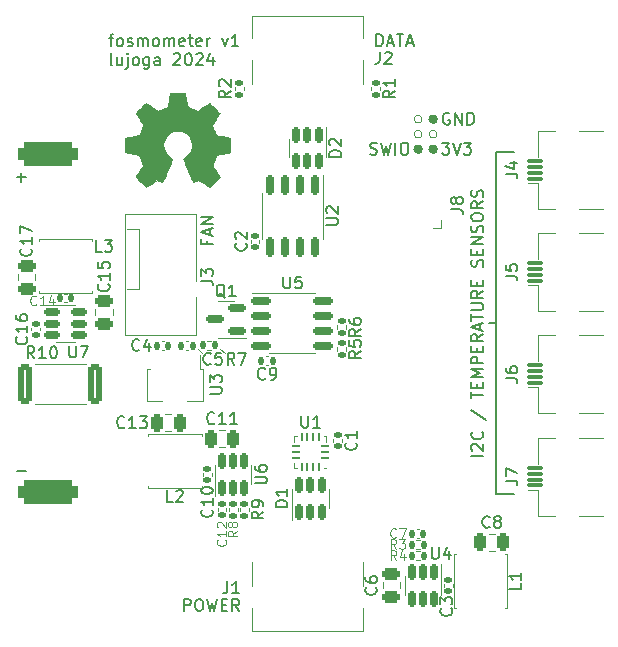
<source format=gto>
G04 #@! TF.GenerationSoftware,KiCad,Pcbnew,7.0.10*
G04 #@! TF.CreationDate,2024-01-03T21:58:02+01:00*
G04 #@! TF.ProjectId,fosmometer,666f736d-6f6d-4657-9465-722e6b696361,rev?*
G04 #@! TF.SameCoordinates,Original*
G04 #@! TF.FileFunction,Legend,Top*
G04 #@! TF.FilePolarity,Positive*
%FSLAX46Y46*%
G04 Gerber Fmt 4.6, Leading zero omitted, Abs format (unit mm)*
G04 Created by KiCad (PCBNEW 7.0.10) date 2024-01-03 21:58:02*
%MOMM*%
%LPD*%
G01*
G04 APERTURE LIST*
G04 Aperture macros list*
%AMRoundRect*
0 Rectangle with rounded corners*
0 $1 Rounding radius*
0 $2 $3 $4 $5 $6 $7 $8 $9 X,Y pos of 4 corners*
0 Add a 4 corners polygon primitive as box body*
4,1,4,$2,$3,$4,$5,$6,$7,$8,$9,$2,$3,0*
0 Add four circle primitives for the rounded corners*
1,1,$1+$1,$2,$3*
1,1,$1+$1,$4,$5*
1,1,$1+$1,$6,$7*
1,1,$1+$1,$8,$9*
0 Add four rect primitives between the rounded corners*
20,1,$1+$1,$2,$3,$4,$5,0*
20,1,$1+$1,$4,$5,$6,$7,0*
20,1,$1+$1,$6,$7,$8,$9,0*
20,1,$1+$1,$8,$9,$2,$3,0*%
%AMFreePoly0*
4,1,9,3.862500,-0.866500,0.737500,-0.866500,0.737500,-0.450000,-0.737500,-0.450000,-0.737500,0.450000,0.737500,0.450000,0.737500,0.866500,3.862500,0.866500,3.862500,-0.866500,3.862500,-0.866500,$1*%
G04 Aperture macros list end*
%ADD10C,0.150000*%
%ADD11C,0.393700*%
%ADD12C,0.120000*%
%ADD13C,0.200000*%
%ADD14C,0.010000*%
%ADD15C,3.200000*%
%ADD16RoundRect,0.150000X0.587500X0.150000X-0.587500X0.150000X-0.587500X-0.150000X0.587500X-0.150000X0*%
%ADD17RoundRect,0.075000X0.575000X-0.075000X0.575000X0.075000X-0.575000X0.075000X-0.575000X-0.075000X0*%
%ADD18R,1.600000X2.000000*%
%ADD19RoundRect,0.062500X0.275000X0.062500X-0.275000X0.062500X-0.275000X-0.062500X0.275000X-0.062500X0*%
%ADD20RoundRect,0.062500X0.062500X0.275000X-0.062500X0.275000X-0.062500X-0.275000X0.062500X-0.275000X0*%
%ADD21R,1.450000X1.450000*%
%ADD22RoundRect,0.140000X0.170000X-0.140000X0.170000X0.140000X-0.170000X0.140000X-0.170000X-0.140000X0*%
%ADD23RoundRect,0.135000X-0.135000X-0.185000X0.135000X-0.185000X0.135000X0.185000X-0.135000X0.185000X0*%
%ADD24RoundRect,0.250000X-0.250000X-0.475000X0.250000X-0.475000X0.250000X0.475000X-0.250000X0.475000X0*%
%ADD25C,0.650000*%
%ADD26R,0.600000X1.450000*%
%ADD27R,0.300000X1.450000*%
%ADD28O,1.000000X2.100000*%
%ADD29O,1.000000X1.600000*%
%ADD30RoundRect,0.135000X-0.185000X0.135000X-0.185000X-0.135000X0.185000X-0.135000X0.185000X0.135000X0*%
%ADD31RoundRect,0.250000X0.250000X0.475000X-0.250000X0.475000X-0.250000X-0.475000X0.250000X-0.475000X0*%
%ADD32C,3.200000*%
%ADD33R,3.700000X1.100000*%
%ADD34RoundRect,0.150000X0.150000X-0.512500X0.150000X0.512500X-0.150000X0.512500X-0.150000X-0.512500X0*%
%ADD35RoundRect,0.140000X-0.140000X-0.170000X0.140000X-0.170000X0.140000X0.170000X-0.140000X0.170000X0*%
%ADD36R,0.900000X1.300000*%
%ADD37FreePoly0,270.000000*%
%ADD38RoundRect,0.250000X0.475000X-0.250000X0.475000X0.250000X-0.475000X0.250000X-0.475000X-0.250000X0*%
%ADD39O,2.030000X1.730000*%
%ADD40R,2.030000X1.730000*%
%ADD41C,1.100000*%
%ADD42RoundRect,0.140000X0.140000X0.170000X-0.140000X0.170000X-0.140000X-0.170000X0.140000X-0.170000X0*%
%ADD43R,1.100000X3.700000*%
%ADD44RoundRect,0.150000X-0.150000X0.675000X-0.150000X-0.675000X0.150000X-0.675000X0.150000X0.675000X0*%
%ADD45RoundRect,0.150000X-0.512500X-0.150000X0.512500X-0.150000X0.512500X0.150000X-0.512500X0.150000X0*%
%ADD46RoundRect,0.250000X-0.475000X0.250000X-0.475000X-0.250000X0.475000X-0.250000X0.475000X0.250000X0*%
%ADD47RoundRect,0.150000X-0.675000X-0.150000X0.675000X-0.150000X0.675000X0.150000X-0.675000X0.150000X0*%
%ADD48RoundRect,0.140000X-0.170000X0.140000X-0.170000X-0.140000X0.170000X-0.140000X0.170000X0.140000X0*%
%ADD49RoundRect,0.135000X0.185000X-0.135000X0.185000X0.135000X-0.185000X0.135000X-0.185000X-0.135000X0*%
%ADD50C,0.990600*%
%ADD51C,0.787400*%
%ADD52RoundRect,0.150000X-0.150000X0.512500X-0.150000X-0.512500X0.150000X-0.512500X0.150000X0.512500X0*%
%ADD53RoundRect,0.250000X-0.362500X-1.425000X0.362500X-1.425000X0.362500X1.425000X-0.362500X1.425000X0*%
%ADD54RoundRect,0.135000X0.135000X0.185000X-0.135000X0.185000X-0.135000X-0.185000X0.135000X-0.185000X0*%
%ADD55RoundRect,0.500000X2.000000X-0.500000X2.000000X0.500000X-2.000000X0.500000X-2.000000X-0.500000X0*%
G04 APERTURE END LIST*
D10*
X130307745Y-135677200D02*
X130450602Y-135724819D01*
X130450602Y-135724819D02*
X130688697Y-135724819D01*
X130688697Y-135724819D02*
X130783935Y-135677200D01*
X130783935Y-135677200D02*
X130831554Y-135629580D01*
X130831554Y-135629580D02*
X130879173Y-135534342D01*
X130879173Y-135534342D02*
X130879173Y-135439104D01*
X130879173Y-135439104D02*
X130831554Y-135343866D01*
X130831554Y-135343866D02*
X130783935Y-135296247D01*
X130783935Y-135296247D02*
X130688697Y-135248628D01*
X130688697Y-135248628D02*
X130498221Y-135201009D01*
X130498221Y-135201009D02*
X130402983Y-135153390D01*
X130402983Y-135153390D02*
X130355364Y-135105771D01*
X130355364Y-135105771D02*
X130307745Y-135010533D01*
X130307745Y-135010533D02*
X130307745Y-134915295D01*
X130307745Y-134915295D02*
X130355364Y-134820057D01*
X130355364Y-134820057D02*
X130402983Y-134772438D01*
X130402983Y-134772438D02*
X130498221Y-134724819D01*
X130498221Y-134724819D02*
X130736316Y-134724819D01*
X130736316Y-134724819D02*
X130879173Y-134772438D01*
X131212507Y-134724819D02*
X131450602Y-135724819D01*
X131450602Y-135724819D02*
X131641078Y-135010533D01*
X131641078Y-135010533D02*
X131831554Y-135724819D01*
X131831554Y-135724819D02*
X132069650Y-134724819D01*
X132450602Y-135724819D02*
X132450602Y-134724819D01*
X133117268Y-134724819D02*
X133307744Y-134724819D01*
X133307744Y-134724819D02*
X133402982Y-134772438D01*
X133402982Y-134772438D02*
X133498220Y-134867676D01*
X133498220Y-134867676D02*
X133545839Y-135058152D01*
X133545839Y-135058152D02*
X133545839Y-135391485D01*
X133545839Y-135391485D02*
X133498220Y-135581961D01*
X133498220Y-135581961D02*
X133402982Y-135677200D01*
X133402982Y-135677200D02*
X133307744Y-135724819D01*
X133307744Y-135724819D02*
X133117268Y-135724819D01*
X133117268Y-135724819D02*
X133022030Y-135677200D01*
X133022030Y-135677200D02*
X132926792Y-135581961D01*
X132926792Y-135581961D02*
X132879173Y-135391485D01*
X132879173Y-135391485D02*
X132879173Y-135058152D01*
X132879173Y-135058152D02*
X132926792Y-134867676D01*
X132926792Y-134867676D02*
X133022030Y-134772438D01*
X133022030Y-134772438D02*
X133117268Y-134724819D01*
X136406541Y-134724819D02*
X137025588Y-134724819D01*
X137025588Y-134724819D02*
X136692255Y-135105771D01*
X136692255Y-135105771D02*
X136835112Y-135105771D01*
X136835112Y-135105771D02*
X136930350Y-135153390D01*
X136930350Y-135153390D02*
X136977969Y-135201009D01*
X136977969Y-135201009D02*
X137025588Y-135296247D01*
X137025588Y-135296247D02*
X137025588Y-135534342D01*
X137025588Y-135534342D02*
X136977969Y-135629580D01*
X136977969Y-135629580D02*
X136930350Y-135677200D01*
X136930350Y-135677200D02*
X136835112Y-135724819D01*
X136835112Y-135724819D02*
X136549398Y-135724819D01*
X136549398Y-135724819D02*
X136454160Y-135677200D01*
X136454160Y-135677200D02*
X136406541Y-135629580D01*
X137311303Y-134724819D02*
X137644636Y-135724819D01*
X137644636Y-135724819D02*
X137977969Y-134724819D01*
X138216065Y-134724819D02*
X138835112Y-134724819D01*
X138835112Y-134724819D02*
X138501779Y-135105771D01*
X138501779Y-135105771D02*
X138644636Y-135105771D01*
X138644636Y-135105771D02*
X138739874Y-135153390D01*
X138739874Y-135153390D02*
X138787493Y-135201009D01*
X138787493Y-135201009D02*
X138835112Y-135296247D01*
X138835112Y-135296247D02*
X138835112Y-135534342D01*
X138835112Y-135534342D02*
X138787493Y-135629580D01*
X138787493Y-135629580D02*
X138739874Y-135677200D01*
X138739874Y-135677200D02*
X138644636Y-135724819D01*
X138644636Y-135724819D02*
X138358922Y-135724819D01*
X138358922Y-135724819D02*
X138263684Y-135677200D01*
X138263684Y-135677200D02*
X138216065Y-135629580D01*
X137025588Y-132232438D02*
X136930350Y-132184819D01*
X136930350Y-132184819D02*
X136787493Y-132184819D01*
X136787493Y-132184819D02*
X136644636Y-132232438D01*
X136644636Y-132232438D02*
X136549398Y-132327676D01*
X136549398Y-132327676D02*
X136501779Y-132422914D01*
X136501779Y-132422914D02*
X136454160Y-132613390D01*
X136454160Y-132613390D02*
X136454160Y-132756247D01*
X136454160Y-132756247D02*
X136501779Y-132946723D01*
X136501779Y-132946723D02*
X136549398Y-133041961D01*
X136549398Y-133041961D02*
X136644636Y-133137200D01*
X136644636Y-133137200D02*
X136787493Y-133184819D01*
X136787493Y-133184819D02*
X136882731Y-133184819D01*
X136882731Y-133184819D02*
X137025588Y-133137200D01*
X137025588Y-133137200D02*
X137073207Y-133089580D01*
X137073207Y-133089580D02*
X137073207Y-132756247D01*
X137073207Y-132756247D02*
X136882731Y-132756247D01*
X137501779Y-133184819D02*
X137501779Y-132184819D01*
X137501779Y-132184819D02*
X138073207Y-133184819D01*
X138073207Y-133184819D02*
X138073207Y-132184819D01*
X138549398Y-133184819D02*
X138549398Y-132184819D01*
X138549398Y-132184819D02*
X138787493Y-132184819D01*
X138787493Y-132184819D02*
X138930350Y-132232438D01*
X138930350Y-132232438D02*
X139025588Y-132327676D01*
X139025588Y-132327676D02*
X139073207Y-132422914D01*
X139073207Y-132422914D02*
X139120826Y-132613390D01*
X139120826Y-132613390D02*
X139120826Y-132756247D01*
X139120826Y-132756247D02*
X139073207Y-132946723D01*
X139073207Y-132946723D02*
X139025588Y-133041961D01*
X139025588Y-133041961D02*
X138930350Y-133137200D01*
X138930350Y-133137200D02*
X138787493Y-133184819D01*
X138787493Y-133184819D02*
X138549398Y-133184819D01*
D11*
X135831850Y-135270000D02*
G75*
G03*
X135438150Y-135270000I-196850J0D01*
G01*
X135438150Y-135270000D02*
G75*
G03*
X135831850Y-135270000I196850J0D01*
G01*
X134561850Y-135270000D02*
G75*
G03*
X134168150Y-135270000I-196850J0D01*
G01*
X134168150Y-135270000D02*
G75*
G03*
X134561850Y-135270000I196850J0D01*
G01*
D12*
X135968700Y-134000000D02*
G75*
G03*
X135301300Y-134000000I-333700J0D01*
G01*
X135301300Y-134000000D02*
G75*
G03*
X135968700Y-134000000I333700J0D01*
G01*
X134698700Y-134000000D02*
G75*
G03*
X134031300Y-134000000I-333700J0D01*
G01*
X134031300Y-134000000D02*
G75*
G03*
X134698700Y-134000000I333700J0D01*
G01*
D11*
X135831850Y-132730000D02*
G75*
G03*
X135438150Y-132730000I-196850J0D01*
G01*
X135438150Y-132730000D02*
G75*
G03*
X135831850Y-132730000I196850J0D01*
G01*
D12*
X134698700Y-132730000D02*
G75*
G03*
X134031300Y-132730000I-333700J0D01*
G01*
X134031300Y-132730000D02*
G75*
G03*
X134698700Y-132730000I333700J0D01*
G01*
D10*
X116471009Y-143004160D02*
X116471009Y-143337493D01*
X116994819Y-143337493D02*
X115994819Y-143337493D01*
X115994819Y-143337493D02*
X115994819Y-142861303D01*
X116709104Y-142527969D02*
X116709104Y-142051779D01*
X116994819Y-142623207D02*
X115994819Y-142289874D01*
X115994819Y-142289874D02*
X116994819Y-141956541D01*
X116994819Y-141623207D02*
X115994819Y-141623207D01*
X115994819Y-141623207D02*
X116994819Y-141051779D01*
X116994819Y-141051779D02*
X115994819Y-141051779D01*
X139869819Y-161214285D02*
X138869819Y-161214285D01*
X138965057Y-160785714D02*
X138917438Y-160738095D01*
X138917438Y-160738095D02*
X138869819Y-160642857D01*
X138869819Y-160642857D02*
X138869819Y-160404762D01*
X138869819Y-160404762D02*
X138917438Y-160309524D01*
X138917438Y-160309524D02*
X138965057Y-160261905D01*
X138965057Y-160261905D02*
X139060295Y-160214286D01*
X139060295Y-160214286D02*
X139155533Y-160214286D01*
X139155533Y-160214286D02*
X139298390Y-160261905D01*
X139298390Y-160261905D02*
X139869819Y-160833333D01*
X139869819Y-160833333D02*
X139869819Y-160214286D01*
X139774580Y-159214286D02*
X139822200Y-159261905D01*
X139822200Y-159261905D02*
X139869819Y-159404762D01*
X139869819Y-159404762D02*
X139869819Y-159500000D01*
X139869819Y-159500000D02*
X139822200Y-159642857D01*
X139822200Y-159642857D02*
X139726961Y-159738095D01*
X139726961Y-159738095D02*
X139631723Y-159785714D01*
X139631723Y-159785714D02*
X139441247Y-159833333D01*
X139441247Y-159833333D02*
X139298390Y-159833333D01*
X139298390Y-159833333D02*
X139107914Y-159785714D01*
X139107914Y-159785714D02*
X139012676Y-159738095D01*
X139012676Y-159738095D02*
X138917438Y-159642857D01*
X138917438Y-159642857D02*
X138869819Y-159500000D01*
X138869819Y-159500000D02*
X138869819Y-159404762D01*
X138869819Y-159404762D02*
X138917438Y-159261905D01*
X138917438Y-159261905D02*
X138965057Y-159214286D01*
X138822200Y-157309524D02*
X140107914Y-158166666D01*
X138869819Y-156357142D02*
X138869819Y-155785714D01*
X139869819Y-156071428D02*
X138869819Y-156071428D01*
X139346009Y-155452380D02*
X139346009Y-155119047D01*
X139869819Y-154976190D02*
X139869819Y-155452380D01*
X139869819Y-155452380D02*
X138869819Y-155452380D01*
X138869819Y-155452380D02*
X138869819Y-154976190D01*
X139869819Y-154547618D02*
X138869819Y-154547618D01*
X138869819Y-154547618D02*
X139584104Y-154214285D01*
X139584104Y-154214285D02*
X138869819Y-153880952D01*
X138869819Y-153880952D02*
X139869819Y-153880952D01*
X139869819Y-153404761D02*
X138869819Y-153404761D01*
X138869819Y-153404761D02*
X138869819Y-153023809D01*
X138869819Y-153023809D02*
X138917438Y-152928571D01*
X138917438Y-152928571D02*
X138965057Y-152880952D01*
X138965057Y-152880952D02*
X139060295Y-152833333D01*
X139060295Y-152833333D02*
X139203152Y-152833333D01*
X139203152Y-152833333D02*
X139298390Y-152880952D01*
X139298390Y-152880952D02*
X139346009Y-152928571D01*
X139346009Y-152928571D02*
X139393628Y-153023809D01*
X139393628Y-153023809D02*
X139393628Y-153404761D01*
X139346009Y-152404761D02*
X139346009Y-152071428D01*
X139869819Y-151928571D02*
X139869819Y-152404761D01*
X139869819Y-152404761D02*
X138869819Y-152404761D01*
X138869819Y-152404761D02*
X138869819Y-151928571D01*
X139869819Y-150928571D02*
X139393628Y-151261904D01*
X139869819Y-151499999D02*
X138869819Y-151499999D01*
X138869819Y-151499999D02*
X138869819Y-151119047D01*
X138869819Y-151119047D02*
X138917438Y-151023809D01*
X138917438Y-151023809D02*
X138965057Y-150976190D01*
X138965057Y-150976190D02*
X139060295Y-150928571D01*
X139060295Y-150928571D02*
X139203152Y-150928571D01*
X139203152Y-150928571D02*
X139298390Y-150976190D01*
X139298390Y-150976190D02*
X139346009Y-151023809D01*
X139346009Y-151023809D02*
X139393628Y-151119047D01*
X139393628Y-151119047D02*
X139393628Y-151499999D01*
X139584104Y-150547618D02*
X139584104Y-150071428D01*
X139869819Y-150642856D02*
X138869819Y-150309523D01*
X138869819Y-150309523D02*
X139869819Y-149976190D01*
X138869819Y-149785713D02*
X138869819Y-149214285D01*
X139869819Y-149499999D02*
X138869819Y-149499999D01*
X138869819Y-148880951D02*
X139679342Y-148880951D01*
X139679342Y-148880951D02*
X139774580Y-148833332D01*
X139774580Y-148833332D02*
X139822200Y-148785713D01*
X139822200Y-148785713D02*
X139869819Y-148690475D01*
X139869819Y-148690475D02*
X139869819Y-148499999D01*
X139869819Y-148499999D02*
X139822200Y-148404761D01*
X139822200Y-148404761D02*
X139774580Y-148357142D01*
X139774580Y-148357142D02*
X139679342Y-148309523D01*
X139679342Y-148309523D02*
X138869819Y-148309523D01*
X139869819Y-147261904D02*
X139393628Y-147595237D01*
X139869819Y-147833332D02*
X138869819Y-147833332D01*
X138869819Y-147833332D02*
X138869819Y-147452380D01*
X138869819Y-147452380D02*
X138917438Y-147357142D01*
X138917438Y-147357142D02*
X138965057Y-147309523D01*
X138965057Y-147309523D02*
X139060295Y-147261904D01*
X139060295Y-147261904D02*
X139203152Y-147261904D01*
X139203152Y-147261904D02*
X139298390Y-147309523D01*
X139298390Y-147309523D02*
X139346009Y-147357142D01*
X139346009Y-147357142D02*
X139393628Y-147452380D01*
X139393628Y-147452380D02*
X139393628Y-147833332D01*
X139346009Y-146833332D02*
X139346009Y-146499999D01*
X139869819Y-146357142D02*
X139869819Y-146833332D01*
X139869819Y-146833332D02*
X138869819Y-146833332D01*
X138869819Y-146833332D02*
X138869819Y-146357142D01*
X139822200Y-145214284D02*
X139869819Y-145071427D01*
X139869819Y-145071427D02*
X139869819Y-144833332D01*
X139869819Y-144833332D02*
X139822200Y-144738094D01*
X139822200Y-144738094D02*
X139774580Y-144690475D01*
X139774580Y-144690475D02*
X139679342Y-144642856D01*
X139679342Y-144642856D02*
X139584104Y-144642856D01*
X139584104Y-144642856D02*
X139488866Y-144690475D01*
X139488866Y-144690475D02*
X139441247Y-144738094D01*
X139441247Y-144738094D02*
X139393628Y-144833332D01*
X139393628Y-144833332D02*
X139346009Y-145023808D01*
X139346009Y-145023808D02*
X139298390Y-145119046D01*
X139298390Y-145119046D02*
X139250771Y-145166665D01*
X139250771Y-145166665D02*
X139155533Y-145214284D01*
X139155533Y-145214284D02*
X139060295Y-145214284D01*
X139060295Y-145214284D02*
X138965057Y-145166665D01*
X138965057Y-145166665D02*
X138917438Y-145119046D01*
X138917438Y-145119046D02*
X138869819Y-145023808D01*
X138869819Y-145023808D02*
X138869819Y-144785713D01*
X138869819Y-144785713D02*
X138917438Y-144642856D01*
X139346009Y-144214284D02*
X139346009Y-143880951D01*
X139869819Y-143738094D02*
X139869819Y-144214284D01*
X139869819Y-144214284D02*
X138869819Y-144214284D01*
X138869819Y-144214284D02*
X138869819Y-143738094D01*
X139869819Y-143309522D02*
X138869819Y-143309522D01*
X138869819Y-143309522D02*
X139869819Y-142738094D01*
X139869819Y-142738094D02*
X138869819Y-142738094D01*
X139822200Y-142309522D02*
X139869819Y-142166665D01*
X139869819Y-142166665D02*
X139869819Y-141928570D01*
X139869819Y-141928570D02*
X139822200Y-141833332D01*
X139822200Y-141833332D02*
X139774580Y-141785713D01*
X139774580Y-141785713D02*
X139679342Y-141738094D01*
X139679342Y-141738094D02*
X139584104Y-141738094D01*
X139584104Y-141738094D02*
X139488866Y-141785713D01*
X139488866Y-141785713D02*
X139441247Y-141833332D01*
X139441247Y-141833332D02*
X139393628Y-141928570D01*
X139393628Y-141928570D02*
X139346009Y-142119046D01*
X139346009Y-142119046D02*
X139298390Y-142214284D01*
X139298390Y-142214284D02*
X139250771Y-142261903D01*
X139250771Y-142261903D02*
X139155533Y-142309522D01*
X139155533Y-142309522D02*
X139060295Y-142309522D01*
X139060295Y-142309522D02*
X138965057Y-142261903D01*
X138965057Y-142261903D02*
X138917438Y-142214284D01*
X138917438Y-142214284D02*
X138869819Y-142119046D01*
X138869819Y-142119046D02*
X138869819Y-141880951D01*
X138869819Y-141880951D02*
X138917438Y-141738094D01*
X138869819Y-141119046D02*
X138869819Y-140928570D01*
X138869819Y-140928570D02*
X138917438Y-140833332D01*
X138917438Y-140833332D02*
X139012676Y-140738094D01*
X139012676Y-140738094D02*
X139203152Y-140690475D01*
X139203152Y-140690475D02*
X139536485Y-140690475D01*
X139536485Y-140690475D02*
X139726961Y-140738094D01*
X139726961Y-140738094D02*
X139822200Y-140833332D01*
X139822200Y-140833332D02*
X139869819Y-140928570D01*
X139869819Y-140928570D02*
X139869819Y-141119046D01*
X139869819Y-141119046D02*
X139822200Y-141214284D01*
X139822200Y-141214284D02*
X139726961Y-141309522D01*
X139726961Y-141309522D02*
X139536485Y-141357141D01*
X139536485Y-141357141D02*
X139203152Y-141357141D01*
X139203152Y-141357141D02*
X139012676Y-141309522D01*
X139012676Y-141309522D02*
X138917438Y-141214284D01*
X138917438Y-141214284D02*
X138869819Y-141119046D01*
X139869819Y-139690475D02*
X139393628Y-140023808D01*
X139869819Y-140261903D02*
X138869819Y-140261903D01*
X138869819Y-140261903D02*
X138869819Y-139880951D01*
X138869819Y-139880951D02*
X138917438Y-139785713D01*
X138917438Y-139785713D02*
X138965057Y-139738094D01*
X138965057Y-139738094D02*
X139060295Y-139690475D01*
X139060295Y-139690475D02*
X139203152Y-139690475D01*
X139203152Y-139690475D02*
X139298390Y-139738094D01*
X139298390Y-139738094D02*
X139346009Y-139785713D01*
X139346009Y-139785713D02*
X139393628Y-139880951D01*
X139393628Y-139880951D02*
X139393628Y-140261903D01*
X139822200Y-139309522D02*
X139869819Y-139166665D01*
X139869819Y-139166665D02*
X139869819Y-138928570D01*
X139869819Y-138928570D02*
X139822200Y-138833332D01*
X139822200Y-138833332D02*
X139774580Y-138785713D01*
X139774580Y-138785713D02*
X139679342Y-138738094D01*
X139679342Y-138738094D02*
X139584104Y-138738094D01*
X139584104Y-138738094D02*
X139488866Y-138785713D01*
X139488866Y-138785713D02*
X139441247Y-138833332D01*
X139441247Y-138833332D02*
X139393628Y-138928570D01*
X139393628Y-138928570D02*
X139346009Y-139119046D01*
X139346009Y-139119046D02*
X139298390Y-139214284D01*
X139298390Y-139214284D02*
X139250771Y-139261903D01*
X139250771Y-139261903D02*
X139155533Y-139309522D01*
X139155533Y-139309522D02*
X139060295Y-139309522D01*
X139060295Y-139309522D02*
X138965057Y-139261903D01*
X138965057Y-139261903D02*
X138917438Y-139214284D01*
X138917438Y-139214284D02*
X138869819Y-139119046D01*
X138869819Y-139119046D02*
X138869819Y-138880951D01*
X138869819Y-138880951D02*
X138917438Y-138738094D01*
X141000000Y-150000000D02*
X140400000Y-150000000D01*
X141000000Y-135500000D02*
X142500000Y-135500000D01*
X141000000Y-164500000D02*
X141000000Y-135500000D01*
X142500000Y-164500000D02*
X141000000Y-164500000D01*
D12*
X118000000Y-152500000D02*
X117600000Y-152200000D01*
X116100000Y-152500000D02*
X115700000Y-152200000D01*
D13*
X100369673Y-162486266D02*
X101131578Y-162486266D01*
X100369673Y-137656266D02*
X101131578Y-137656266D01*
X100750625Y-138037219D02*
X100750625Y-137275314D01*
D10*
X108193922Y-125873152D02*
X108574874Y-125873152D01*
X108336779Y-126539819D02*
X108336779Y-125682676D01*
X108336779Y-125682676D02*
X108384398Y-125587438D01*
X108384398Y-125587438D02*
X108479636Y-125539819D01*
X108479636Y-125539819D02*
X108574874Y-125539819D01*
X109051065Y-126539819D02*
X108955827Y-126492200D01*
X108955827Y-126492200D02*
X108908208Y-126444580D01*
X108908208Y-126444580D02*
X108860589Y-126349342D01*
X108860589Y-126349342D02*
X108860589Y-126063628D01*
X108860589Y-126063628D02*
X108908208Y-125968390D01*
X108908208Y-125968390D02*
X108955827Y-125920771D01*
X108955827Y-125920771D02*
X109051065Y-125873152D01*
X109051065Y-125873152D02*
X109193922Y-125873152D01*
X109193922Y-125873152D02*
X109289160Y-125920771D01*
X109289160Y-125920771D02*
X109336779Y-125968390D01*
X109336779Y-125968390D02*
X109384398Y-126063628D01*
X109384398Y-126063628D02*
X109384398Y-126349342D01*
X109384398Y-126349342D02*
X109336779Y-126444580D01*
X109336779Y-126444580D02*
X109289160Y-126492200D01*
X109289160Y-126492200D02*
X109193922Y-126539819D01*
X109193922Y-126539819D02*
X109051065Y-126539819D01*
X109765351Y-126492200D02*
X109860589Y-126539819D01*
X109860589Y-126539819D02*
X110051065Y-126539819D01*
X110051065Y-126539819D02*
X110146303Y-126492200D01*
X110146303Y-126492200D02*
X110193922Y-126396961D01*
X110193922Y-126396961D02*
X110193922Y-126349342D01*
X110193922Y-126349342D02*
X110146303Y-126254104D01*
X110146303Y-126254104D02*
X110051065Y-126206485D01*
X110051065Y-126206485D02*
X109908208Y-126206485D01*
X109908208Y-126206485D02*
X109812970Y-126158866D01*
X109812970Y-126158866D02*
X109765351Y-126063628D01*
X109765351Y-126063628D02*
X109765351Y-126016009D01*
X109765351Y-126016009D02*
X109812970Y-125920771D01*
X109812970Y-125920771D02*
X109908208Y-125873152D01*
X109908208Y-125873152D02*
X110051065Y-125873152D01*
X110051065Y-125873152D02*
X110146303Y-125920771D01*
X110622494Y-126539819D02*
X110622494Y-125873152D01*
X110622494Y-125968390D02*
X110670113Y-125920771D01*
X110670113Y-125920771D02*
X110765351Y-125873152D01*
X110765351Y-125873152D02*
X110908208Y-125873152D01*
X110908208Y-125873152D02*
X111003446Y-125920771D01*
X111003446Y-125920771D02*
X111051065Y-126016009D01*
X111051065Y-126016009D02*
X111051065Y-126539819D01*
X111051065Y-126016009D02*
X111098684Y-125920771D01*
X111098684Y-125920771D02*
X111193922Y-125873152D01*
X111193922Y-125873152D02*
X111336779Y-125873152D01*
X111336779Y-125873152D02*
X111432018Y-125920771D01*
X111432018Y-125920771D02*
X111479637Y-126016009D01*
X111479637Y-126016009D02*
X111479637Y-126539819D01*
X112098684Y-126539819D02*
X112003446Y-126492200D01*
X112003446Y-126492200D02*
X111955827Y-126444580D01*
X111955827Y-126444580D02*
X111908208Y-126349342D01*
X111908208Y-126349342D02*
X111908208Y-126063628D01*
X111908208Y-126063628D02*
X111955827Y-125968390D01*
X111955827Y-125968390D02*
X112003446Y-125920771D01*
X112003446Y-125920771D02*
X112098684Y-125873152D01*
X112098684Y-125873152D02*
X112241541Y-125873152D01*
X112241541Y-125873152D02*
X112336779Y-125920771D01*
X112336779Y-125920771D02*
X112384398Y-125968390D01*
X112384398Y-125968390D02*
X112432017Y-126063628D01*
X112432017Y-126063628D02*
X112432017Y-126349342D01*
X112432017Y-126349342D02*
X112384398Y-126444580D01*
X112384398Y-126444580D02*
X112336779Y-126492200D01*
X112336779Y-126492200D02*
X112241541Y-126539819D01*
X112241541Y-126539819D02*
X112098684Y-126539819D01*
X112860589Y-126539819D02*
X112860589Y-125873152D01*
X112860589Y-125968390D02*
X112908208Y-125920771D01*
X112908208Y-125920771D02*
X113003446Y-125873152D01*
X113003446Y-125873152D02*
X113146303Y-125873152D01*
X113146303Y-125873152D02*
X113241541Y-125920771D01*
X113241541Y-125920771D02*
X113289160Y-126016009D01*
X113289160Y-126016009D02*
X113289160Y-126539819D01*
X113289160Y-126016009D02*
X113336779Y-125920771D01*
X113336779Y-125920771D02*
X113432017Y-125873152D01*
X113432017Y-125873152D02*
X113574874Y-125873152D01*
X113574874Y-125873152D02*
X113670113Y-125920771D01*
X113670113Y-125920771D02*
X113717732Y-126016009D01*
X113717732Y-126016009D02*
X113717732Y-126539819D01*
X114574874Y-126492200D02*
X114479636Y-126539819D01*
X114479636Y-126539819D02*
X114289160Y-126539819D01*
X114289160Y-126539819D02*
X114193922Y-126492200D01*
X114193922Y-126492200D02*
X114146303Y-126396961D01*
X114146303Y-126396961D02*
X114146303Y-126016009D01*
X114146303Y-126016009D02*
X114193922Y-125920771D01*
X114193922Y-125920771D02*
X114289160Y-125873152D01*
X114289160Y-125873152D02*
X114479636Y-125873152D01*
X114479636Y-125873152D02*
X114574874Y-125920771D01*
X114574874Y-125920771D02*
X114622493Y-126016009D01*
X114622493Y-126016009D02*
X114622493Y-126111247D01*
X114622493Y-126111247D02*
X114146303Y-126206485D01*
X114908208Y-125873152D02*
X115289160Y-125873152D01*
X115051065Y-125539819D02*
X115051065Y-126396961D01*
X115051065Y-126396961D02*
X115098684Y-126492200D01*
X115098684Y-126492200D02*
X115193922Y-126539819D01*
X115193922Y-126539819D02*
X115289160Y-126539819D01*
X116003446Y-126492200D02*
X115908208Y-126539819D01*
X115908208Y-126539819D02*
X115717732Y-126539819D01*
X115717732Y-126539819D02*
X115622494Y-126492200D01*
X115622494Y-126492200D02*
X115574875Y-126396961D01*
X115574875Y-126396961D02*
X115574875Y-126016009D01*
X115574875Y-126016009D02*
X115622494Y-125920771D01*
X115622494Y-125920771D02*
X115717732Y-125873152D01*
X115717732Y-125873152D02*
X115908208Y-125873152D01*
X115908208Y-125873152D02*
X116003446Y-125920771D01*
X116003446Y-125920771D02*
X116051065Y-126016009D01*
X116051065Y-126016009D02*
X116051065Y-126111247D01*
X116051065Y-126111247D02*
X115574875Y-126206485D01*
X116479637Y-126539819D02*
X116479637Y-125873152D01*
X116479637Y-126063628D02*
X116527256Y-125968390D01*
X116527256Y-125968390D02*
X116574875Y-125920771D01*
X116574875Y-125920771D02*
X116670113Y-125873152D01*
X116670113Y-125873152D02*
X116765351Y-125873152D01*
X117765352Y-125873152D02*
X118003447Y-126539819D01*
X118003447Y-126539819D02*
X118241542Y-125873152D01*
X119146304Y-126539819D02*
X118574876Y-126539819D01*
X118860590Y-126539819D02*
X118860590Y-125539819D01*
X118860590Y-125539819D02*
X118765352Y-125682676D01*
X118765352Y-125682676D02*
X118670114Y-125777914D01*
X118670114Y-125777914D02*
X118574876Y-125825533D01*
X108479636Y-128149819D02*
X108384398Y-128102200D01*
X108384398Y-128102200D02*
X108336779Y-128006961D01*
X108336779Y-128006961D02*
X108336779Y-127149819D01*
X109289160Y-127483152D02*
X109289160Y-128149819D01*
X108860589Y-127483152D02*
X108860589Y-128006961D01*
X108860589Y-128006961D02*
X108908208Y-128102200D01*
X108908208Y-128102200D02*
X109003446Y-128149819D01*
X109003446Y-128149819D02*
X109146303Y-128149819D01*
X109146303Y-128149819D02*
X109241541Y-128102200D01*
X109241541Y-128102200D02*
X109289160Y-128054580D01*
X109765351Y-127483152D02*
X109765351Y-128340295D01*
X109765351Y-128340295D02*
X109717732Y-128435533D01*
X109717732Y-128435533D02*
X109622494Y-128483152D01*
X109622494Y-128483152D02*
X109574875Y-128483152D01*
X109765351Y-127149819D02*
X109717732Y-127197438D01*
X109717732Y-127197438D02*
X109765351Y-127245057D01*
X109765351Y-127245057D02*
X109812970Y-127197438D01*
X109812970Y-127197438D02*
X109765351Y-127149819D01*
X109765351Y-127149819D02*
X109765351Y-127245057D01*
X110384398Y-128149819D02*
X110289160Y-128102200D01*
X110289160Y-128102200D02*
X110241541Y-128054580D01*
X110241541Y-128054580D02*
X110193922Y-127959342D01*
X110193922Y-127959342D02*
X110193922Y-127673628D01*
X110193922Y-127673628D02*
X110241541Y-127578390D01*
X110241541Y-127578390D02*
X110289160Y-127530771D01*
X110289160Y-127530771D02*
X110384398Y-127483152D01*
X110384398Y-127483152D02*
X110527255Y-127483152D01*
X110527255Y-127483152D02*
X110622493Y-127530771D01*
X110622493Y-127530771D02*
X110670112Y-127578390D01*
X110670112Y-127578390D02*
X110717731Y-127673628D01*
X110717731Y-127673628D02*
X110717731Y-127959342D01*
X110717731Y-127959342D02*
X110670112Y-128054580D01*
X110670112Y-128054580D02*
X110622493Y-128102200D01*
X110622493Y-128102200D02*
X110527255Y-128149819D01*
X110527255Y-128149819D02*
X110384398Y-128149819D01*
X111574874Y-127483152D02*
X111574874Y-128292676D01*
X111574874Y-128292676D02*
X111527255Y-128387914D01*
X111527255Y-128387914D02*
X111479636Y-128435533D01*
X111479636Y-128435533D02*
X111384398Y-128483152D01*
X111384398Y-128483152D02*
X111241541Y-128483152D01*
X111241541Y-128483152D02*
X111146303Y-128435533D01*
X111574874Y-128102200D02*
X111479636Y-128149819D01*
X111479636Y-128149819D02*
X111289160Y-128149819D01*
X111289160Y-128149819D02*
X111193922Y-128102200D01*
X111193922Y-128102200D02*
X111146303Y-128054580D01*
X111146303Y-128054580D02*
X111098684Y-127959342D01*
X111098684Y-127959342D02*
X111098684Y-127673628D01*
X111098684Y-127673628D02*
X111146303Y-127578390D01*
X111146303Y-127578390D02*
X111193922Y-127530771D01*
X111193922Y-127530771D02*
X111289160Y-127483152D01*
X111289160Y-127483152D02*
X111479636Y-127483152D01*
X111479636Y-127483152D02*
X111574874Y-127530771D01*
X112479636Y-128149819D02*
X112479636Y-127626009D01*
X112479636Y-127626009D02*
X112432017Y-127530771D01*
X112432017Y-127530771D02*
X112336779Y-127483152D01*
X112336779Y-127483152D02*
X112146303Y-127483152D01*
X112146303Y-127483152D02*
X112051065Y-127530771D01*
X112479636Y-128102200D02*
X112384398Y-128149819D01*
X112384398Y-128149819D02*
X112146303Y-128149819D01*
X112146303Y-128149819D02*
X112051065Y-128102200D01*
X112051065Y-128102200D02*
X112003446Y-128006961D01*
X112003446Y-128006961D02*
X112003446Y-127911723D01*
X112003446Y-127911723D02*
X112051065Y-127816485D01*
X112051065Y-127816485D02*
X112146303Y-127768866D01*
X112146303Y-127768866D02*
X112384398Y-127768866D01*
X112384398Y-127768866D02*
X112479636Y-127721247D01*
X113670113Y-127245057D02*
X113717732Y-127197438D01*
X113717732Y-127197438D02*
X113812970Y-127149819D01*
X113812970Y-127149819D02*
X114051065Y-127149819D01*
X114051065Y-127149819D02*
X114146303Y-127197438D01*
X114146303Y-127197438D02*
X114193922Y-127245057D01*
X114193922Y-127245057D02*
X114241541Y-127340295D01*
X114241541Y-127340295D02*
X114241541Y-127435533D01*
X114241541Y-127435533D02*
X114193922Y-127578390D01*
X114193922Y-127578390D02*
X113622494Y-128149819D01*
X113622494Y-128149819D02*
X114241541Y-128149819D01*
X114860589Y-127149819D02*
X114955827Y-127149819D01*
X114955827Y-127149819D02*
X115051065Y-127197438D01*
X115051065Y-127197438D02*
X115098684Y-127245057D01*
X115098684Y-127245057D02*
X115146303Y-127340295D01*
X115146303Y-127340295D02*
X115193922Y-127530771D01*
X115193922Y-127530771D02*
X115193922Y-127768866D01*
X115193922Y-127768866D02*
X115146303Y-127959342D01*
X115146303Y-127959342D02*
X115098684Y-128054580D01*
X115098684Y-128054580D02*
X115051065Y-128102200D01*
X115051065Y-128102200D02*
X114955827Y-128149819D01*
X114955827Y-128149819D02*
X114860589Y-128149819D01*
X114860589Y-128149819D02*
X114765351Y-128102200D01*
X114765351Y-128102200D02*
X114717732Y-128054580D01*
X114717732Y-128054580D02*
X114670113Y-127959342D01*
X114670113Y-127959342D02*
X114622494Y-127768866D01*
X114622494Y-127768866D02*
X114622494Y-127530771D01*
X114622494Y-127530771D02*
X114670113Y-127340295D01*
X114670113Y-127340295D02*
X114717732Y-127245057D01*
X114717732Y-127245057D02*
X114765351Y-127197438D01*
X114765351Y-127197438D02*
X114860589Y-127149819D01*
X115574875Y-127245057D02*
X115622494Y-127197438D01*
X115622494Y-127197438D02*
X115717732Y-127149819D01*
X115717732Y-127149819D02*
X115955827Y-127149819D01*
X115955827Y-127149819D02*
X116051065Y-127197438D01*
X116051065Y-127197438D02*
X116098684Y-127245057D01*
X116098684Y-127245057D02*
X116146303Y-127340295D01*
X116146303Y-127340295D02*
X116146303Y-127435533D01*
X116146303Y-127435533D02*
X116098684Y-127578390D01*
X116098684Y-127578390D02*
X115527256Y-128149819D01*
X115527256Y-128149819D02*
X116146303Y-128149819D01*
X117003446Y-127483152D02*
X117003446Y-128149819D01*
X116765351Y-127102200D02*
X116527256Y-127816485D01*
X116527256Y-127816485D02*
X117146303Y-127816485D01*
X130836779Y-126539819D02*
X130836779Y-125539819D01*
X130836779Y-125539819D02*
X131074874Y-125539819D01*
X131074874Y-125539819D02*
X131217731Y-125587438D01*
X131217731Y-125587438D02*
X131312969Y-125682676D01*
X131312969Y-125682676D02*
X131360588Y-125777914D01*
X131360588Y-125777914D02*
X131408207Y-125968390D01*
X131408207Y-125968390D02*
X131408207Y-126111247D01*
X131408207Y-126111247D02*
X131360588Y-126301723D01*
X131360588Y-126301723D02*
X131312969Y-126396961D01*
X131312969Y-126396961D02*
X131217731Y-126492200D01*
X131217731Y-126492200D02*
X131074874Y-126539819D01*
X131074874Y-126539819D02*
X130836779Y-126539819D01*
X131789160Y-126254104D02*
X132265350Y-126254104D01*
X131693922Y-126539819D02*
X132027255Y-125539819D01*
X132027255Y-125539819D02*
X132360588Y-126539819D01*
X132551065Y-125539819D02*
X133122493Y-125539819D01*
X132836779Y-126539819D02*
X132836779Y-125539819D01*
X133408208Y-126254104D02*
X133884398Y-126254104D01*
X133312970Y-126539819D02*
X133646303Y-125539819D01*
X133646303Y-125539819D02*
X133979636Y-126539819D01*
X114544173Y-174369819D02*
X114544173Y-173369819D01*
X114544173Y-173369819D02*
X114925125Y-173369819D01*
X114925125Y-173369819D02*
X115020363Y-173417438D01*
X115020363Y-173417438D02*
X115067982Y-173465057D01*
X115067982Y-173465057D02*
X115115601Y-173560295D01*
X115115601Y-173560295D02*
X115115601Y-173703152D01*
X115115601Y-173703152D02*
X115067982Y-173798390D01*
X115067982Y-173798390D02*
X115020363Y-173846009D01*
X115020363Y-173846009D02*
X114925125Y-173893628D01*
X114925125Y-173893628D02*
X114544173Y-173893628D01*
X115734649Y-173369819D02*
X115925125Y-173369819D01*
X115925125Y-173369819D02*
X116020363Y-173417438D01*
X116020363Y-173417438D02*
X116115601Y-173512676D01*
X116115601Y-173512676D02*
X116163220Y-173703152D01*
X116163220Y-173703152D02*
X116163220Y-174036485D01*
X116163220Y-174036485D02*
X116115601Y-174226961D01*
X116115601Y-174226961D02*
X116020363Y-174322200D01*
X116020363Y-174322200D02*
X115925125Y-174369819D01*
X115925125Y-174369819D02*
X115734649Y-174369819D01*
X115734649Y-174369819D02*
X115639411Y-174322200D01*
X115639411Y-174322200D02*
X115544173Y-174226961D01*
X115544173Y-174226961D02*
X115496554Y-174036485D01*
X115496554Y-174036485D02*
X115496554Y-173703152D01*
X115496554Y-173703152D02*
X115544173Y-173512676D01*
X115544173Y-173512676D02*
X115639411Y-173417438D01*
X115639411Y-173417438D02*
X115734649Y-173369819D01*
X116496554Y-173369819D02*
X116734649Y-174369819D01*
X116734649Y-174369819D02*
X116925125Y-173655533D01*
X116925125Y-173655533D02*
X117115601Y-174369819D01*
X117115601Y-174369819D02*
X117353697Y-173369819D01*
X117734649Y-173846009D02*
X118067982Y-173846009D01*
X118210839Y-174369819D02*
X117734649Y-174369819D01*
X117734649Y-174369819D02*
X117734649Y-173369819D01*
X117734649Y-173369819D02*
X118210839Y-173369819D01*
X119210839Y-174369819D02*
X118877506Y-173893628D01*
X118639411Y-174369819D02*
X118639411Y-173369819D01*
X118639411Y-173369819D02*
X119020363Y-173369819D01*
X119020363Y-173369819D02*
X119115601Y-173417438D01*
X119115601Y-173417438D02*
X119163220Y-173465057D01*
X119163220Y-173465057D02*
X119210839Y-173560295D01*
X119210839Y-173560295D02*
X119210839Y-173703152D01*
X119210839Y-173703152D02*
X119163220Y-173798390D01*
X119163220Y-173798390D02*
X119115601Y-173846009D01*
X119115601Y-173846009D02*
X119020363Y-173893628D01*
X119020363Y-173893628D02*
X118639411Y-173893628D01*
X118014761Y-147835057D02*
X117919523Y-147787438D01*
X117919523Y-147787438D02*
X117824285Y-147692200D01*
X117824285Y-147692200D02*
X117681428Y-147549342D01*
X117681428Y-147549342D02*
X117586190Y-147501723D01*
X117586190Y-147501723D02*
X117490952Y-147501723D01*
X117538571Y-147739819D02*
X117443333Y-147692200D01*
X117443333Y-147692200D02*
X117348095Y-147596961D01*
X117348095Y-147596961D02*
X117300476Y-147406485D01*
X117300476Y-147406485D02*
X117300476Y-147073152D01*
X117300476Y-147073152D02*
X117348095Y-146882676D01*
X117348095Y-146882676D02*
X117443333Y-146787438D01*
X117443333Y-146787438D02*
X117538571Y-146739819D01*
X117538571Y-146739819D02*
X117729047Y-146739819D01*
X117729047Y-146739819D02*
X117824285Y-146787438D01*
X117824285Y-146787438D02*
X117919523Y-146882676D01*
X117919523Y-146882676D02*
X117967142Y-147073152D01*
X117967142Y-147073152D02*
X117967142Y-147406485D01*
X117967142Y-147406485D02*
X117919523Y-147596961D01*
X117919523Y-147596961D02*
X117824285Y-147692200D01*
X117824285Y-147692200D02*
X117729047Y-147739819D01*
X117729047Y-147739819D02*
X117538571Y-147739819D01*
X118919523Y-147739819D02*
X118348095Y-147739819D01*
X118633809Y-147739819D02*
X118633809Y-146739819D01*
X118633809Y-146739819D02*
X118538571Y-146882676D01*
X118538571Y-146882676D02*
X118443333Y-146977914D01*
X118443333Y-146977914D02*
X118348095Y-147025533D01*
X141779819Y-146003333D02*
X142494104Y-146003333D01*
X142494104Y-146003333D02*
X142636961Y-146050952D01*
X142636961Y-146050952D02*
X142732200Y-146146190D01*
X142732200Y-146146190D02*
X142779819Y-146289047D01*
X142779819Y-146289047D02*
X142779819Y-146384285D01*
X141779819Y-145050952D02*
X141779819Y-145527142D01*
X141779819Y-145527142D02*
X142256009Y-145574761D01*
X142256009Y-145574761D02*
X142208390Y-145527142D01*
X142208390Y-145527142D02*
X142160771Y-145431904D01*
X142160771Y-145431904D02*
X142160771Y-145193809D01*
X142160771Y-145193809D02*
X142208390Y-145098571D01*
X142208390Y-145098571D02*
X142256009Y-145050952D01*
X142256009Y-145050952D02*
X142351247Y-145003333D01*
X142351247Y-145003333D02*
X142589342Y-145003333D01*
X142589342Y-145003333D02*
X142684580Y-145050952D01*
X142684580Y-145050952D02*
X142732200Y-145098571D01*
X142732200Y-145098571D02*
X142779819Y-145193809D01*
X142779819Y-145193809D02*
X142779819Y-145431904D01*
X142779819Y-145431904D02*
X142732200Y-145527142D01*
X142732200Y-145527142D02*
X142684580Y-145574761D01*
X141779819Y-154663333D02*
X142494104Y-154663333D01*
X142494104Y-154663333D02*
X142636961Y-154710952D01*
X142636961Y-154710952D02*
X142732200Y-154806190D01*
X142732200Y-154806190D02*
X142779819Y-154949047D01*
X142779819Y-154949047D02*
X142779819Y-155044285D01*
X141779819Y-153758571D02*
X141779819Y-153949047D01*
X141779819Y-153949047D02*
X141827438Y-154044285D01*
X141827438Y-154044285D02*
X141875057Y-154091904D01*
X141875057Y-154091904D02*
X142017914Y-154187142D01*
X142017914Y-154187142D02*
X142208390Y-154234761D01*
X142208390Y-154234761D02*
X142589342Y-154234761D01*
X142589342Y-154234761D02*
X142684580Y-154187142D01*
X142684580Y-154187142D02*
X142732200Y-154139523D01*
X142732200Y-154139523D02*
X142779819Y-154044285D01*
X142779819Y-154044285D02*
X142779819Y-153853809D01*
X142779819Y-153853809D02*
X142732200Y-153758571D01*
X142732200Y-153758571D02*
X142684580Y-153710952D01*
X142684580Y-153710952D02*
X142589342Y-153663333D01*
X142589342Y-153663333D02*
X142351247Y-153663333D01*
X142351247Y-153663333D02*
X142256009Y-153710952D01*
X142256009Y-153710952D02*
X142208390Y-153758571D01*
X142208390Y-153758571D02*
X142160771Y-153853809D01*
X142160771Y-153853809D02*
X142160771Y-154044285D01*
X142160771Y-154044285D02*
X142208390Y-154139523D01*
X142208390Y-154139523D02*
X142256009Y-154187142D01*
X142256009Y-154187142D02*
X142351247Y-154234761D01*
X141779819Y-137343333D02*
X142494104Y-137343333D01*
X142494104Y-137343333D02*
X142636961Y-137390952D01*
X142636961Y-137390952D02*
X142732200Y-137486190D01*
X142732200Y-137486190D02*
X142779819Y-137629047D01*
X142779819Y-137629047D02*
X142779819Y-137724285D01*
X142113152Y-136438571D02*
X142779819Y-136438571D01*
X141732200Y-136676666D02*
X142446485Y-136914761D01*
X142446485Y-136914761D02*
X142446485Y-136295714D01*
X141779819Y-163323333D02*
X142494104Y-163323333D01*
X142494104Y-163323333D02*
X142636961Y-163370952D01*
X142636961Y-163370952D02*
X142732200Y-163466190D01*
X142732200Y-163466190D02*
X142779819Y-163609047D01*
X142779819Y-163609047D02*
X142779819Y-163704285D01*
X141779819Y-162942380D02*
X141779819Y-162275714D01*
X141779819Y-162275714D02*
X142779819Y-162704285D01*
X124488095Y-157834819D02*
X124488095Y-158644342D01*
X124488095Y-158644342D02*
X124535714Y-158739580D01*
X124535714Y-158739580D02*
X124583333Y-158787200D01*
X124583333Y-158787200D02*
X124678571Y-158834819D01*
X124678571Y-158834819D02*
X124869047Y-158834819D01*
X124869047Y-158834819D02*
X124964285Y-158787200D01*
X124964285Y-158787200D02*
X125011904Y-158739580D01*
X125011904Y-158739580D02*
X125059523Y-158644342D01*
X125059523Y-158644342D02*
X125059523Y-157834819D01*
X126059523Y-158834819D02*
X125488095Y-158834819D01*
X125773809Y-158834819D02*
X125773809Y-157834819D01*
X125773809Y-157834819D02*
X125678571Y-157977676D01*
X125678571Y-157977676D02*
X125583333Y-158072914D01*
X125583333Y-158072914D02*
X125488095Y-158120533D01*
X116889580Y-165793922D02*
X116937200Y-165841541D01*
X116937200Y-165841541D02*
X116984819Y-165984398D01*
X116984819Y-165984398D02*
X116984819Y-166079636D01*
X116984819Y-166079636D02*
X116937200Y-166222493D01*
X116937200Y-166222493D02*
X116841961Y-166317731D01*
X116841961Y-166317731D02*
X116746723Y-166365350D01*
X116746723Y-166365350D02*
X116556247Y-166412969D01*
X116556247Y-166412969D02*
X116413390Y-166412969D01*
X116413390Y-166412969D02*
X116222914Y-166365350D01*
X116222914Y-166365350D02*
X116127676Y-166317731D01*
X116127676Y-166317731D02*
X116032438Y-166222493D01*
X116032438Y-166222493D02*
X115984819Y-166079636D01*
X115984819Y-166079636D02*
X115984819Y-165984398D01*
X115984819Y-165984398D02*
X116032438Y-165841541D01*
X116032438Y-165841541D02*
X116080057Y-165793922D01*
X116984819Y-164841541D02*
X116984819Y-165412969D01*
X116984819Y-165127255D02*
X115984819Y-165127255D01*
X115984819Y-165127255D02*
X116127676Y-165222493D01*
X116127676Y-165222493D02*
X116222914Y-165317731D01*
X116222914Y-165317731D02*
X116270533Y-165412969D01*
X115984819Y-164222493D02*
X115984819Y-164127255D01*
X115984819Y-164127255D02*
X116032438Y-164032017D01*
X116032438Y-164032017D02*
X116080057Y-163984398D01*
X116080057Y-163984398D02*
X116175295Y-163936779D01*
X116175295Y-163936779D02*
X116365771Y-163889160D01*
X116365771Y-163889160D02*
X116603866Y-163889160D01*
X116603866Y-163889160D02*
X116794342Y-163936779D01*
X116794342Y-163936779D02*
X116889580Y-163984398D01*
X116889580Y-163984398D02*
X116937200Y-164032017D01*
X116937200Y-164032017D02*
X116984819Y-164127255D01*
X116984819Y-164127255D02*
X116984819Y-164222493D01*
X116984819Y-164222493D02*
X116937200Y-164317731D01*
X116937200Y-164317731D02*
X116889580Y-164365350D01*
X116889580Y-164365350D02*
X116794342Y-164412969D01*
X116794342Y-164412969D02*
X116603866Y-164460588D01*
X116603866Y-164460588D02*
X116365771Y-164460588D01*
X116365771Y-164460588D02*
X116175295Y-164412969D01*
X116175295Y-164412969D02*
X116080057Y-164365350D01*
X116080057Y-164365350D02*
X116032438Y-164317731D01*
X116032438Y-164317731D02*
X115984819Y-164222493D01*
X118818207Y-153509819D02*
X118484874Y-153033628D01*
X118246779Y-153509819D02*
X118246779Y-152509819D01*
X118246779Y-152509819D02*
X118627731Y-152509819D01*
X118627731Y-152509819D02*
X118722969Y-152557438D01*
X118722969Y-152557438D02*
X118770588Y-152605057D01*
X118770588Y-152605057D02*
X118818207Y-152700295D01*
X118818207Y-152700295D02*
X118818207Y-152843152D01*
X118818207Y-152843152D02*
X118770588Y-152938390D01*
X118770588Y-152938390D02*
X118722969Y-152986009D01*
X118722969Y-152986009D02*
X118627731Y-153033628D01*
X118627731Y-153033628D02*
X118246779Y-153033628D01*
X119151541Y-152509819D02*
X119818207Y-152509819D01*
X119818207Y-152509819D02*
X119389636Y-153509819D01*
X140433333Y-167237080D02*
X140385714Y-167284700D01*
X140385714Y-167284700D02*
X140242857Y-167332319D01*
X140242857Y-167332319D02*
X140147619Y-167332319D01*
X140147619Y-167332319D02*
X140004762Y-167284700D01*
X140004762Y-167284700D02*
X139909524Y-167189461D01*
X139909524Y-167189461D02*
X139861905Y-167094223D01*
X139861905Y-167094223D02*
X139814286Y-166903747D01*
X139814286Y-166903747D02*
X139814286Y-166760890D01*
X139814286Y-166760890D02*
X139861905Y-166570414D01*
X139861905Y-166570414D02*
X139909524Y-166475176D01*
X139909524Y-166475176D02*
X140004762Y-166379938D01*
X140004762Y-166379938D02*
X140147619Y-166332319D01*
X140147619Y-166332319D02*
X140242857Y-166332319D01*
X140242857Y-166332319D02*
X140385714Y-166379938D01*
X140385714Y-166379938D02*
X140433333Y-166427557D01*
X141004762Y-166760890D02*
X140909524Y-166713271D01*
X140909524Y-166713271D02*
X140861905Y-166665652D01*
X140861905Y-166665652D02*
X140814286Y-166570414D01*
X140814286Y-166570414D02*
X140814286Y-166522795D01*
X140814286Y-166522795D02*
X140861905Y-166427557D01*
X140861905Y-166427557D02*
X140909524Y-166379938D01*
X140909524Y-166379938D02*
X141004762Y-166332319D01*
X141004762Y-166332319D02*
X141195238Y-166332319D01*
X141195238Y-166332319D02*
X141290476Y-166379938D01*
X141290476Y-166379938D02*
X141338095Y-166427557D01*
X141338095Y-166427557D02*
X141385714Y-166522795D01*
X141385714Y-166522795D02*
X141385714Y-166570414D01*
X141385714Y-166570414D02*
X141338095Y-166665652D01*
X141338095Y-166665652D02*
X141290476Y-166713271D01*
X141290476Y-166713271D02*
X141195238Y-166760890D01*
X141195238Y-166760890D02*
X141004762Y-166760890D01*
X141004762Y-166760890D02*
X140909524Y-166808509D01*
X140909524Y-166808509D02*
X140861905Y-166856128D01*
X140861905Y-166856128D02*
X140814286Y-166951366D01*
X140814286Y-166951366D02*
X140814286Y-167141842D01*
X140814286Y-167141842D02*
X140861905Y-167237080D01*
X140861905Y-167237080D02*
X140909524Y-167284700D01*
X140909524Y-167284700D02*
X141004762Y-167332319D01*
X141004762Y-167332319D02*
X141195238Y-167332319D01*
X141195238Y-167332319D02*
X141290476Y-167284700D01*
X141290476Y-167284700D02*
X141338095Y-167237080D01*
X141338095Y-167237080D02*
X141385714Y-167141842D01*
X141385714Y-167141842D02*
X141385714Y-166951366D01*
X141385714Y-166951366D02*
X141338095Y-166856128D01*
X141338095Y-166856128D02*
X141290476Y-166808509D01*
X141290476Y-166808509D02*
X141195238Y-166760890D01*
X118210839Y-171869819D02*
X118210839Y-172584104D01*
X118210839Y-172584104D02*
X118163220Y-172726961D01*
X118163220Y-172726961D02*
X118067982Y-172822200D01*
X118067982Y-172822200D02*
X117925125Y-172869819D01*
X117925125Y-172869819D02*
X117829887Y-172869819D01*
X119210839Y-172869819D02*
X118639411Y-172869819D01*
X118925125Y-172869819D02*
X118925125Y-171869819D01*
X118925125Y-171869819D02*
X118829887Y-172012676D01*
X118829887Y-172012676D02*
X118734649Y-172107914D01*
X118734649Y-172107914D02*
X118639411Y-172155533D01*
X129524819Y-150506666D02*
X129048628Y-150839999D01*
X129524819Y-151078094D02*
X128524819Y-151078094D01*
X128524819Y-151078094D02*
X128524819Y-150697142D01*
X128524819Y-150697142D02*
X128572438Y-150601904D01*
X128572438Y-150601904D02*
X128620057Y-150554285D01*
X128620057Y-150554285D02*
X128715295Y-150506666D01*
X128715295Y-150506666D02*
X128858152Y-150506666D01*
X128858152Y-150506666D02*
X128953390Y-150554285D01*
X128953390Y-150554285D02*
X129001009Y-150601904D01*
X129001009Y-150601904D02*
X129048628Y-150697142D01*
X129048628Y-150697142D02*
X129048628Y-151078094D01*
X128524819Y-149649523D02*
X128524819Y-149839999D01*
X128524819Y-149839999D02*
X128572438Y-149935237D01*
X128572438Y-149935237D02*
X128620057Y-149982856D01*
X128620057Y-149982856D02*
X128762914Y-150078094D01*
X128762914Y-150078094D02*
X128953390Y-150125713D01*
X128953390Y-150125713D02*
X129334342Y-150125713D01*
X129334342Y-150125713D02*
X129429580Y-150078094D01*
X129429580Y-150078094D02*
X129477200Y-150030475D01*
X129477200Y-150030475D02*
X129524819Y-149935237D01*
X129524819Y-149935237D02*
X129524819Y-149744761D01*
X129524819Y-149744761D02*
X129477200Y-149649523D01*
X129477200Y-149649523D02*
X129429580Y-149601904D01*
X129429580Y-149601904D02*
X129334342Y-149554285D01*
X129334342Y-149554285D02*
X129096247Y-149554285D01*
X129096247Y-149554285D02*
X129001009Y-149601904D01*
X129001009Y-149601904D02*
X128953390Y-149649523D01*
X128953390Y-149649523D02*
X128905771Y-149744761D01*
X128905771Y-149744761D02*
X128905771Y-149935237D01*
X128905771Y-149935237D02*
X128953390Y-150030475D01*
X128953390Y-150030475D02*
X129001009Y-150078094D01*
X129001009Y-150078094D02*
X129096247Y-150125713D01*
X117127142Y-158452080D02*
X117079523Y-158499700D01*
X117079523Y-158499700D02*
X116936666Y-158547319D01*
X116936666Y-158547319D02*
X116841428Y-158547319D01*
X116841428Y-158547319D02*
X116698571Y-158499700D01*
X116698571Y-158499700D02*
X116603333Y-158404461D01*
X116603333Y-158404461D02*
X116555714Y-158309223D01*
X116555714Y-158309223D02*
X116508095Y-158118747D01*
X116508095Y-158118747D02*
X116508095Y-157975890D01*
X116508095Y-157975890D02*
X116555714Y-157785414D01*
X116555714Y-157785414D02*
X116603333Y-157690176D01*
X116603333Y-157690176D02*
X116698571Y-157594938D01*
X116698571Y-157594938D02*
X116841428Y-157547319D01*
X116841428Y-157547319D02*
X116936666Y-157547319D01*
X116936666Y-157547319D02*
X117079523Y-157594938D01*
X117079523Y-157594938D02*
X117127142Y-157642557D01*
X118079523Y-158547319D02*
X117508095Y-158547319D01*
X117793809Y-158547319D02*
X117793809Y-157547319D01*
X117793809Y-157547319D02*
X117698571Y-157690176D01*
X117698571Y-157690176D02*
X117603333Y-157785414D01*
X117603333Y-157785414D02*
X117508095Y-157833033D01*
X119031904Y-158547319D02*
X118460476Y-158547319D01*
X118746190Y-158547319D02*
X118746190Y-157547319D01*
X118746190Y-157547319D02*
X118650952Y-157690176D01*
X118650952Y-157690176D02*
X118555714Y-157785414D01*
X118555714Y-157785414D02*
X118460476Y-157833033D01*
X121264819Y-165949166D02*
X120788628Y-166282499D01*
X121264819Y-166520594D02*
X120264819Y-166520594D01*
X120264819Y-166520594D02*
X120264819Y-166139642D01*
X120264819Y-166139642D02*
X120312438Y-166044404D01*
X120312438Y-166044404D02*
X120360057Y-165996785D01*
X120360057Y-165996785D02*
X120455295Y-165949166D01*
X120455295Y-165949166D02*
X120598152Y-165949166D01*
X120598152Y-165949166D02*
X120693390Y-165996785D01*
X120693390Y-165996785D02*
X120741009Y-166044404D01*
X120741009Y-166044404D02*
X120788628Y-166139642D01*
X120788628Y-166139642D02*
X120788628Y-166520594D01*
X121264819Y-165472975D02*
X121264819Y-165282499D01*
X121264819Y-165282499D02*
X121217200Y-165187261D01*
X121217200Y-165187261D02*
X121169580Y-165139642D01*
X121169580Y-165139642D02*
X121026723Y-165044404D01*
X121026723Y-165044404D02*
X120836247Y-164996785D01*
X120836247Y-164996785D02*
X120455295Y-164996785D01*
X120455295Y-164996785D02*
X120360057Y-165044404D01*
X120360057Y-165044404D02*
X120312438Y-165092023D01*
X120312438Y-165092023D02*
X120264819Y-165187261D01*
X120264819Y-165187261D02*
X120264819Y-165377737D01*
X120264819Y-165377737D02*
X120312438Y-165472975D01*
X120312438Y-165472975D02*
X120360057Y-165520594D01*
X120360057Y-165520594D02*
X120455295Y-165568213D01*
X120455295Y-165568213D02*
X120693390Y-165568213D01*
X120693390Y-165568213D02*
X120788628Y-165520594D01*
X120788628Y-165520594D02*
X120836247Y-165472975D01*
X120836247Y-165472975D02*
X120883866Y-165377737D01*
X120883866Y-165377737D02*
X120883866Y-165187261D01*
X120883866Y-165187261D02*
X120836247Y-165092023D01*
X120836247Y-165092023D02*
X120788628Y-165044404D01*
X120788628Y-165044404D02*
X120693390Y-164996785D01*
X143104819Y-172004166D02*
X143104819Y-172480356D01*
X143104819Y-172480356D02*
X142104819Y-172480356D01*
X143104819Y-171147023D02*
X143104819Y-171718451D01*
X143104819Y-171432737D02*
X142104819Y-171432737D01*
X142104819Y-171432737D02*
X142247676Y-171527975D01*
X142247676Y-171527975D02*
X142342914Y-171623213D01*
X142342914Y-171623213D02*
X142390533Y-171718451D01*
D12*
X118057664Y-168355137D02*
X118095760Y-168393233D01*
X118095760Y-168393233D02*
X118133855Y-168507518D01*
X118133855Y-168507518D02*
X118133855Y-168583709D01*
X118133855Y-168583709D02*
X118095760Y-168697995D01*
X118095760Y-168697995D02*
X118019569Y-168774185D01*
X118019569Y-168774185D02*
X117943379Y-168812280D01*
X117943379Y-168812280D02*
X117790998Y-168850376D01*
X117790998Y-168850376D02*
X117676712Y-168850376D01*
X117676712Y-168850376D02*
X117524331Y-168812280D01*
X117524331Y-168812280D02*
X117448140Y-168774185D01*
X117448140Y-168774185D02*
X117371950Y-168697995D01*
X117371950Y-168697995D02*
X117333855Y-168583709D01*
X117333855Y-168583709D02*
X117333855Y-168507518D01*
X117333855Y-168507518D02*
X117371950Y-168393233D01*
X117371950Y-168393233D02*
X117410045Y-168355137D01*
X118133855Y-167593233D02*
X118133855Y-168050376D01*
X118133855Y-167821804D02*
X117333855Y-167821804D01*
X117333855Y-167821804D02*
X117448140Y-167897995D01*
X117448140Y-167897995D02*
X117524331Y-167974185D01*
X117524331Y-167974185D02*
X117562426Y-168050376D01*
X117410045Y-167288471D02*
X117371950Y-167250375D01*
X117371950Y-167250375D02*
X117333855Y-167174185D01*
X117333855Y-167174185D02*
X117333855Y-166983709D01*
X117333855Y-166983709D02*
X117371950Y-166907518D01*
X117371950Y-166907518D02*
X117410045Y-166869423D01*
X117410045Y-166869423D02*
X117486236Y-166831328D01*
X117486236Y-166831328D02*
X117562426Y-166831328D01*
X117562426Y-166831328D02*
X117676712Y-166869423D01*
X117676712Y-166869423D02*
X118133855Y-167326566D01*
X118133855Y-167326566D02*
X118133855Y-166831328D01*
D10*
X131122493Y-127039819D02*
X131122493Y-127754104D01*
X131122493Y-127754104D02*
X131074874Y-127896961D01*
X131074874Y-127896961D02*
X130979636Y-127992200D01*
X130979636Y-127992200D02*
X130836779Y-128039819D01*
X130836779Y-128039819D02*
X130741541Y-128039819D01*
X131551065Y-127135057D02*
X131598684Y-127087438D01*
X131598684Y-127087438D02*
X131693922Y-127039819D01*
X131693922Y-127039819D02*
X131932017Y-127039819D01*
X131932017Y-127039819D02*
X132027255Y-127087438D01*
X132027255Y-127087438D02*
X132074874Y-127135057D01*
X132074874Y-127135057D02*
X132122493Y-127230295D01*
X132122493Y-127230295D02*
X132122493Y-127325533D01*
X132122493Y-127325533D02*
X132074874Y-127468390D01*
X132074874Y-127468390D02*
X131503446Y-128039819D01*
X131503446Y-128039819D02*
X132122493Y-128039819D01*
X123304819Y-165568094D02*
X122304819Y-165568094D01*
X122304819Y-165568094D02*
X122304819Y-165329999D01*
X122304819Y-165329999D02*
X122352438Y-165187142D01*
X122352438Y-165187142D02*
X122447676Y-165091904D01*
X122447676Y-165091904D02*
X122542914Y-165044285D01*
X122542914Y-165044285D02*
X122733390Y-164996666D01*
X122733390Y-164996666D02*
X122876247Y-164996666D01*
X122876247Y-164996666D02*
X123066723Y-165044285D01*
X123066723Y-165044285D02*
X123161961Y-165091904D01*
X123161961Y-165091904D02*
X123257200Y-165187142D01*
X123257200Y-165187142D02*
X123304819Y-165329999D01*
X123304819Y-165329999D02*
X123304819Y-165568094D01*
X123304819Y-164044285D02*
X123304819Y-164615713D01*
X123304819Y-164329999D02*
X122304819Y-164329999D01*
X122304819Y-164329999D02*
X122447676Y-164425237D01*
X122447676Y-164425237D02*
X122542914Y-164520475D01*
X122542914Y-164520475D02*
X122590533Y-164615713D01*
D12*
X102044862Y-148387664D02*
X102006766Y-148425760D01*
X102006766Y-148425760D02*
X101892481Y-148463855D01*
X101892481Y-148463855D02*
X101816290Y-148463855D01*
X101816290Y-148463855D02*
X101702004Y-148425760D01*
X101702004Y-148425760D02*
X101625814Y-148349569D01*
X101625814Y-148349569D02*
X101587719Y-148273379D01*
X101587719Y-148273379D02*
X101549623Y-148120998D01*
X101549623Y-148120998D02*
X101549623Y-148006712D01*
X101549623Y-148006712D02*
X101587719Y-147854331D01*
X101587719Y-147854331D02*
X101625814Y-147778140D01*
X101625814Y-147778140D02*
X101702004Y-147701950D01*
X101702004Y-147701950D02*
X101816290Y-147663855D01*
X101816290Y-147663855D02*
X101892481Y-147663855D01*
X101892481Y-147663855D02*
X102006766Y-147701950D01*
X102006766Y-147701950D02*
X102044862Y-147740045D01*
X102806766Y-148463855D02*
X102349623Y-148463855D01*
X102578195Y-148463855D02*
X102578195Y-147663855D01*
X102578195Y-147663855D02*
X102502004Y-147778140D01*
X102502004Y-147778140D02*
X102425814Y-147854331D01*
X102425814Y-147854331D02*
X102349623Y-147892426D01*
X103492481Y-147930521D02*
X103492481Y-148463855D01*
X103302005Y-147625760D02*
X103111528Y-148197188D01*
X103111528Y-148197188D02*
X103606767Y-148197188D01*
D10*
X116724819Y-155966904D02*
X117534342Y-155966904D01*
X117534342Y-155966904D02*
X117629580Y-155919285D01*
X117629580Y-155919285D02*
X117677200Y-155871666D01*
X117677200Y-155871666D02*
X117724819Y-155776428D01*
X117724819Y-155776428D02*
X117724819Y-155585952D01*
X117724819Y-155585952D02*
X117677200Y-155490714D01*
X117677200Y-155490714D02*
X117629580Y-155443095D01*
X117629580Y-155443095D02*
X117534342Y-155395476D01*
X117534342Y-155395476D02*
X116724819Y-155395476D01*
X116724819Y-155014523D02*
X116724819Y-154395476D01*
X116724819Y-154395476D02*
X117105771Y-154728809D01*
X117105771Y-154728809D02*
X117105771Y-154585952D01*
X117105771Y-154585952D02*
X117153390Y-154490714D01*
X117153390Y-154490714D02*
X117201009Y-154443095D01*
X117201009Y-154443095D02*
X117296247Y-154395476D01*
X117296247Y-154395476D02*
X117534342Y-154395476D01*
X117534342Y-154395476D02*
X117629580Y-154443095D01*
X117629580Y-154443095D02*
X117677200Y-154490714D01*
X117677200Y-154490714D02*
X117724819Y-154585952D01*
X117724819Y-154585952D02*
X117724819Y-154871666D01*
X117724819Y-154871666D02*
X117677200Y-154966904D01*
X117677200Y-154966904D02*
X117629580Y-155014523D01*
X108144580Y-146691792D02*
X108192200Y-146739411D01*
X108192200Y-146739411D02*
X108239819Y-146882268D01*
X108239819Y-146882268D02*
X108239819Y-146977506D01*
X108239819Y-146977506D02*
X108192200Y-147120363D01*
X108192200Y-147120363D02*
X108096961Y-147215601D01*
X108096961Y-147215601D02*
X108001723Y-147263220D01*
X108001723Y-147263220D02*
X107811247Y-147310839D01*
X107811247Y-147310839D02*
X107668390Y-147310839D01*
X107668390Y-147310839D02*
X107477914Y-147263220D01*
X107477914Y-147263220D02*
X107382676Y-147215601D01*
X107382676Y-147215601D02*
X107287438Y-147120363D01*
X107287438Y-147120363D02*
X107239819Y-146977506D01*
X107239819Y-146977506D02*
X107239819Y-146882268D01*
X107239819Y-146882268D02*
X107287438Y-146739411D01*
X107287438Y-146739411D02*
X107335057Y-146691792D01*
X108239819Y-145739411D02*
X108239819Y-146310839D01*
X108239819Y-146025125D02*
X107239819Y-146025125D01*
X107239819Y-146025125D02*
X107382676Y-146120363D01*
X107382676Y-146120363D02*
X107477914Y-146215601D01*
X107477914Y-146215601D02*
X107525533Y-146310839D01*
X107239819Y-144834649D02*
X107239819Y-145310839D01*
X107239819Y-145310839D02*
X107716009Y-145358458D01*
X107716009Y-145358458D02*
X107668390Y-145310839D01*
X107668390Y-145310839D02*
X107620771Y-145215601D01*
X107620771Y-145215601D02*
X107620771Y-144977506D01*
X107620771Y-144977506D02*
X107668390Y-144882268D01*
X107668390Y-144882268D02*
X107716009Y-144834649D01*
X107716009Y-144834649D02*
X107811247Y-144787030D01*
X107811247Y-144787030D02*
X108049342Y-144787030D01*
X108049342Y-144787030D02*
X108144580Y-144834649D01*
X108144580Y-144834649D02*
X108192200Y-144882268D01*
X108192200Y-144882268D02*
X108239819Y-144977506D01*
X108239819Y-144977506D02*
X108239819Y-145215601D01*
X108239819Y-145215601D02*
X108192200Y-145310839D01*
X108192200Y-145310839D02*
X108144580Y-145358458D01*
X118494819Y-130306666D02*
X118018628Y-130639999D01*
X118494819Y-130878094D02*
X117494819Y-130878094D01*
X117494819Y-130878094D02*
X117494819Y-130497142D01*
X117494819Y-130497142D02*
X117542438Y-130401904D01*
X117542438Y-130401904D02*
X117590057Y-130354285D01*
X117590057Y-130354285D02*
X117685295Y-130306666D01*
X117685295Y-130306666D02*
X117828152Y-130306666D01*
X117828152Y-130306666D02*
X117923390Y-130354285D01*
X117923390Y-130354285D02*
X117971009Y-130401904D01*
X117971009Y-130401904D02*
X118018628Y-130497142D01*
X118018628Y-130497142D02*
X118018628Y-130878094D01*
X117590057Y-129925713D02*
X117542438Y-129878094D01*
X117542438Y-129878094D02*
X117494819Y-129782856D01*
X117494819Y-129782856D02*
X117494819Y-129544761D01*
X117494819Y-129544761D02*
X117542438Y-129449523D01*
X117542438Y-129449523D02*
X117590057Y-129401904D01*
X117590057Y-129401904D02*
X117685295Y-129354285D01*
X117685295Y-129354285D02*
X117780533Y-129354285D01*
X117780533Y-129354285D02*
X117923390Y-129401904D01*
X117923390Y-129401904D02*
X118494819Y-129973332D01*
X118494819Y-129973332D02*
X118494819Y-129354285D01*
X115994819Y-146398333D02*
X116709104Y-146398333D01*
X116709104Y-146398333D02*
X116851961Y-146445952D01*
X116851961Y-146445952D02*
X116947200Y-146541190D01*
X116947200Y-146541190D02*
X116994819Y-146684047D01*
X116994819Y-146684047D02*
X116994819Y-146779285D01*
X115994819Y-146017380D02*
X115994819Y-145398333D01*
X115994819Y-145398333D02*
X116375771Y-145731666D01*
X116375771Y-145731666D02*
X116375771Y-145588809D01*
X116375771Y-145588809D02*
X116423390Y-145493571D01*
X116423390Y-145493571D02*
X116471009Y-145445952D01*
X116471009Y-145445952D02*
X116566247Y-145398333D01*
X116566247Y-145398333D02*
X116804342Y-145398333D01*
X116804342Y-145398333D02*
X116899580Y-145445952D01*
X116899580Y-145445952D02*
X116947200Y-145493571D01*
X116947200Y-145493571D02*
X116994819Y-145588809D01*
X116994819Y-145588809D02*
X116994819Y-145874523D01*
X116994819Y-145874523D02*
X116947200Y-145969761D01*
X116947200Y-145969761D02*
X116899580Y-146017380D01*
X116808207Y-153414580D02*
X116760588Y-153462200D01*
X116760588Y-153462200D02*
X116617731Y-153509819D01*
X116617731Y-153509819D02*
X116522493Y-153509819D01*
X116522493Y-153509819D02*
X116379636Y-153462200D01*
X116379636Y-153462200D02*
X116284398Y-153366961D01*
X116284398Y-153366961D02*
X116236779Y-153271723D01*
X116236779Y-153271723D02*
X116189160Y-153081247D01*
X116189160Y-153081247D02*
X116189160Y-152938390D01*
X116189160Y-152938390D02*
X116236779Y-152747914D01*
X116236779Y-152747914D02*
X116284398Y-152652676D01*
X116284398Y-152652676D02*
X116379636Y-152557438D01*
X116379636Y-152557438D02*
X116522493Y-152509819D01*
X116522493Y-152509819D02*
X116617731Y-152509819D01*
X116617731Y-152509819D02*
X116760588Y-152557438D01*
X116760588Y-152557438D02*
X116808207Y-152605057D01*
X117712969Y-152509819D02*
X117236779Y-152509819D01*
X117236779Y-152509819D02*
X117189160Y-152986009D01*
X117189160Y-152986009D02*
X117236779Y-152938390D01*
X117236779Y-152938390D02*
X117332017Y-152890771D01*
X117332017Y-152890771D02*
X117570112Y-152890771D01*
X117570112Y-152890771D02*
X117665350Y-152938390D01*
X117665350Y-152938390D02*
X117712969Y-152986009D01*
X117712969Y-152986009D02*
X117760588Y-153081247D01*
X117760588Y-153081247D02*
X117760588Y-153319342D01*
X117760588Y-153319342D02*
X117712969Y-153414580D01*
X117712969Y-153414580D02*
X117665350Y-153462200D01*
X117665350Y-153462200D02*
X117570112Y-153509819D01*
X117570112Y-153509819D02*
X117332017Y-153509819D01*
X117332017Y-153509819D02*
X117236779Y-153462200D01*
X117236779Y-153462200D02*
X117189160Y-153414580D01*
X107577969Y-143947319D02*
X107101779Y-143947319D01*
X107101779Y-143947319D02*
X107101779Y-142947319D01*
X107816065Y-142947319D02*
X108435112Y-142947319D01*
X108435112Y-142947319D02*
X108101779Y-143328271D01*
X108101779Y-143328271D02*
X108244636Y-143328271D01*
X108244636Y-143328271D02*
X108339874Y-143375890D01*
X108339874Y-143375890D02*
X108387493Y-143423509D01*
X108387493Y-143423509D02*
X108435112Y-143518747D01*
X108435112Y-143518747D02*
X108435112Y-143756842D01*
X108435112Y-143756842D02*
X108387493Y-143852080D01*
X108387493Y-143852080D02*
X108339874Y-143899700D01*
X108339874Y-143899700D02*
X108244636Y-143947319D01*
X108244636Y-143947319D02*
X107958922Y-143947319D01*
X107958922Y-143947319D02*
X107863684Y-143899700D01*
X107863684Y-143899700D02*
X107816065Y-143852080D01*
X126584819Y-141681904D02*
X127394342Y-141681904D01*
X127394342Y-141681904D02*
X127489580Y-141634285D01*
X127489580Y-141634285D02*
X127537200Y-141586666D01*
X127537200Y-141586666D02*
X127584819Y-141491428D01*
X127584819Y-141491428D02*
X127584819Y-141300952D01*
X127584819Y-141300952D02*
X127537200Y-141205714D01*
X127537200Y-141205714D02*
X127489580Y-141158095D01*
X127489580Y-141158095D02*
X127394342Y-141110476D01*
X127394342Y-141110476D02*
X126584819Y-141110476D01*
X126680057Y-140681904D02*
X126632438Y-140634285D01*
X126632438Y-140634285D02*
X126584819Y-140539047D01*
X126584819Y-140539047D02*
X126584819Y-140300952D01*
X126584819Y-140300952D02*
X126632438Y-140205714D01*
X126632438Y-140205714D02*
X126680057Y-140158095D01*
X126680057Y-140158095D02*
X126775295Y-140110476D01*
X126775295Y-140110476D02*
X126870533Y-140110476D01*
X126870533Y-140110476D02*
X127013390Y-140158095D01*
X127013390Y-140158095D02*
X127584819Y-140729523D01*
X127584819Y-140729523D02*
X127584819Y-140110476D01*
X104841779Y-151892319D02*
X104841779Y-152701842D01*
X104841779Y-152701842D02*
X104889398Y-152797080D01*
X104889398Y-152797080D02*
X104937017Y-152844700D01*
X104937017Y-152844700D02*
X105032255Y-152892319D01*
X105032255Y-152892319D02*
X105222731Y-152892319D01*
X105222731Y-152892319D02*
X105317969Y-152844700D01*
X105317969Y-152844700D02*
X105365588Y-152797080D01*
X105365588Y-152797080D02*
X105413207Y-152701842D01*
X105413207Y-152701842D02*
X105413207Y-151892319D01*
X105794160Y-151892319D02*
X106460826Y-151892319D01*
X106460826Y-151892319D02*
X106032255Y-152892319D01*
X101584580Y-143691792D02*
X101632200Y-143739411D01*
X101632200Y-143739411D02*
X101679819Y-143882268D01*
X101679819Y-143882268D02*
X101679819Y-143977506D01*
X101679819Y-143977506D02*
X101632200Y-144120363D01*
X101632200Y-144120363D02*
X101536961Y-144215601D01*
X101536961Y-144215601D02*
X101441723Y-144263220D01*
X101441723Y-144263220D02*
X101251247Y-144310839D01*
X101251247Y-144310839D02*
X101108390Y-144310839D01*
X101108390Y-144310839D02*
X100917914Y-144263220D01*
X100917914Y-144263220D02*
X100822676Y-144215601D01*
X100822676Y-144215601D02*
X100727438Y-144120363D01*
X100727438Y-144120363D02*
X100679819Y-143977506D01*
X100679819Y-143977506D02*
X100679819Y-143882268D01*
X100679819Y-143882268D02*
X100727438Y-143739411D01*
X100727438Y-143739411D02*
X100775057Y-143691792D01*
X101679819Y-142739411D02*
X101679819Y-143310839D01*
X101679819Y-143025125D02*
X100679819Y-143025125D01*
X100679819Y-143025125D02*
X100822676Y-143120363D01*
X100822676Y-143120363D02*
X100917914Y-143215601D01*
X100917914Y-143215601D02*
X100965533Y-143310839D01*
X100679819Y-142406077D02*
X100679819Y-141739411D01*
X100679819Y-141739411D02*
X101679819Y-142167982D01*
X122968095Y-146054819D02*
X122968095Y-146864342D01*
X122968095Y-146864342D02*
X123015714Y-146959580D01*
X123015714Y-146959580D02*
X123063333Y-147007200D01*
X123063333Y-147007200D02*
X123158571Y-147054819D01*
X123158571Y-147054819D02*
X123349047Y-147054819D01*
X123349047Y-147054819D02*
X123444285Y-147007200D01*
X123444285Y-147007200D02*
X123491904Y-146959580D01*
X123491904Y-146959580D02*
X123539523Y-146864342D01*
X123539523Y-146864342D02*
X123539523Y-146054819D01*
X124491904Y-146054819D02*
X124015714Y-146054819D01*
X124015714Y-146054819D02*
X123968095Y-146531009D01*
X123968095Y-146531009D02*
X124015714Y-146483390D01*
X124015714Y-146483390D02*
X124110952Y-146435771D01*
X124110952Y-146435771D02*
X124349047Y-146435771D01*
X124349047Y-146435771D02*
X124444285Y-146483390D01*
X124444285Y-146483390D02*
X124491904Y-146531009D01*
X124491904Y-146531009D02*
X124539523Y-146626247D01*
X124539523Y-146626247D02*
X124539523Y-146864342D01*
X124539523Y-146864342D02*
X124491904Y-146959580D01*
X124491904Y-146959580D02*
X124444285Y-147007200D01*
X124444285Y-147007200D02*
X124349047Y-147054819D01*
X124349047Y-147054819D02*
X124110952Y-147054819D01*
X124110952Y-147054819D02*
X124015714Y-147007200D01*
X124015714Y-147007200D02*
X123968095Y-146959580D01*
X137159580Y-174141541D02*
X137207200Y-174189160D01*
X137207200Y-174189160D02*
X137254819Y-174332017D01*
X137254819Y-174332017D02*
X137254819Y-174427255D01*
X137254819Y-174427255D02*
X137207200Y-174570112D01*
X137207200Y-174570112D02*
X137111961Y-174665350D01*
X137111961Y-174665350D02*
X137016723Y-174712969D01*
X137016723Y-174712969D02*
X136826247Y-174760588D01*
X136826247Y-174760588D02*
X136683390Y-174760588D01*
X136683390Y-174760588D02*
X136492914Y-174712969D01*
X136492914Y-174712969D02*
X136397676Y-174665350D01*
X136397676Y-174665350D02*
X136302438Y-174570112D01*
X136302438Y-174570112D02*
X136254819Y-174427255D01*
X136254819Y-174427255D02*
X136254819Y-174332017D01*
X136254819Y-174332017D02*
X136302438Y-174189160D01*
X136302438Y-174189160D02*
X136350057Y-174141541D01*
X136254819Y-173808207D02*
X136254819Y-173189160D01*
X136254819Y-173189160D02*
X136635771Y-173522493D01*
X136635771Y-173522493D02*
X136635771Y-173379636D01*
X136635771Y-173379636D02*
X136683390Y-173284398D01*
X136683390Y-173284398D02*
X136731009Y-173236779D01*
X136731009Y-173236779D02*
X136826247Y-173189160D01*
X136826247Y-173189160D02*
X137064342Y-173189160D01*
X137064342Y-173189160D02*
X137159580Y-173236779D01*
X137159580Y-173236779D02*
X137207200Y-173284398D01*
X137207200Y-173284398D02*
X137254819Y-173379636D01*
X137254819Y-173379636D02*
X137254819Y-173665350D01*
X137254819Y-173665350D02*
X137207200Y-173760588D01*
X137207200Y-173760588D02*
X137159580Y-173808207D01*
D12*
X119063855Y-167593232D02*
X118682902Y-167859899D01*
X119063855Y-168050375D02*
X118263855Y-168050375D01*
X118263855Y-168050375D02*
X118263855Y-167745613D01*
X118263855Y-167745613D02*
X118301950Y-167669423D01*
X118301950Y-167669423D02*
X118340045Y-167631328D01*
X118340045Y-167631328D02*
X118416236Y-167593232D01*
X118416236Y-167593232D02*
X118530521Y-167593232D01*
X118530521Y-167593232D02*
X118606712Y-167631328D01*
X118606712Y-167631328D02*
X118644807Y-167669423D01*
X118644807Y-167669423D02*
X118682902Y-167745613D01*
X118682902Y-167745613D02*
X118682902Y-168050375D01*
X118606712Y-167136090D02*
X118568617Y-167212280D01*
X118568617Y-167212280D02*
X118530521Y-167250375D01*
X118530521Y-167250375D02*
X118454331Y-167288471D01*
X118454331Y-167288471D02*
X118416236Y-167288471D01*
X118416236Y-167288471D02*
X118340045Y-167250375D01*
X118340045Y-167250375D02*
X118301950Y-167212280D01*
X118301950Y-167212280D02*
X118263855Y-167136090D01*
X118263855Y-167136090D02*
X118263855Y-166983709D01*
X118263855Y-166983709D02*
X118301950Y-166907518D01*
X118301950Y-166907518D02*
X118340045Y-166869423D01*
X118340045Y-166869423D02*
X118416236Y-166831328D01*
X118416236Y-166831328D02*
X118454331Y-166831328D01*
X118454331Y-166831328D02*
X118530521Y-166869423D01*
X118530521Y-166869423D02*
X118568617Y-166907518D01*
X118568617Y-166907518D02*
X118606712Y-166983709D01*
X118606712Y-166983709D02*
X118606712Y-167136090D01*
X118606712Y-167136090D02*
X118644807Y-167212280D01*
X118644807Y-167212280D02*
X118682902Y-167250375D01*
X118682902Y-167250375D02*
X118759093Y-167288471D01*
X118759093Y-167288471D02*
X118911474Y-167288471D01*
X118911474Y-167288471D02*
X118987664Y-167250375D01*
X118987664Y-167250375D02*
X119025760Y-167212280D01*
X119025760Y-167212280D02*
X119063855Y-167136090D01*
X119063855Y-167136090D02*
X119063855Y-166983709D01*
X119063855Y-166983709D02*
X119025760Y-166907518D01*
X119025760Y-166907518D02*
X118987664Y-166869423D01*
X118987664Y-166869423D02*
X118911474Y-166831328D01*
X118911474Y-166831328D02*
X118759093Y-166831328D01*
X118759093Y-166831328D02*
X118682902Y-166869423D01*
X118682902Y-166869423D02*
X118644807Y-166907518D01*
X118644807Y-166907518D02*
X118606712Y-166983709D01*
D10*
X129079580Y-160116666D02*
X129127200Y-160164285D01*
X129127200Y-160164285D02*
X129174819Y-160307142D01*
X129174819Y-160307142D02*
X129174819Y-160402380D01*
X129174819Y-160402380D02*
X129127200Y-160545237D01*
X129127200Y-160545237D02*
X129031961Y-160640475D01*
X129031961Y-160640475D02*
X128936723Y-160688094D01*
X128936723Y-160688094D02*
X128746247Y-160735713D01*
X128746247Y-160735713D02*
X128603390Y-160735713D01*
X128603390Y-160735713D02*
X128412914Y-160688094D01*
X128412914Y-160688094D02*
X128317676Y-160640475D01*
X128317676Y-160640475D02*
X128222438Y-160545237D01*
X128222438Y-160545237D02*
X128174819Y-160402380D01*
X128174819Y-160402380D02*
X128174819Y-160307142D01*
X128174819Y-160307142D02*
X128222438Y-160164285D01*
X128222438Y-160164285D02*
X128270057Y-160116666D01*
X129174819Y-159164285D02*
X129174819Y-159735713D01*
X129174819Y-159449999D02*
X128174819Y-159449999D01*
X128174819Y-159449999D02*
X128317676Y-159545237D01*
X128317676Y-159545237D02*
X128412914Y-159640475D01*
X128412914Y-159640475D02*
X128460533Y-159735713D01*
X109506077Y-158794580D02*
X109458458Y-158842200D01*
X109458458Y-158842200D02*
X109315601Y-158889819D01*
X109315601Y-158889819D02*
X109220363Y-158889819D01*
X109220363Y-158889819D02*
X109077506Y-158842200D01*
X109077506Y-158842200D02*
X108982268Y-158746961D01*
X108982268Y-158746961D02*
X108934649Y-158651723D01*
X108934649Y-158651723D02*
X108887030Y-158461247D01*
X108887030Y-158461247D02*
X108887030Y-158318390D01*
X108887030Y-158318390D02*
X108934649Y-158127914D01*
X108934649Y-158127914D02*
X108982268Y-158032676D01*
X108982268Y-158032676D02*
X109077506Y-157937438D01*
X109077506Y-157937438D02*
X109220363Y-157889819D01*
X109220363Y-157889819D02*
X109315601Y-157889819D01*
X109315601Y-157889819D02*
X109458458Y-157937438D01*
X109458458Y-157937438D02*
X109506077Y-157985057D01*
X110458458Y-158889819D02*
X109887030Y-158889819D01*
X110172744Y-158889819D02*
X110172744Y-157889819D01*
X110172744Y-157889819D02*
X110077506Y-158032676D01*
X110077506Y-158032676D02*
X109982268Y-158127914D01*
X109982268Y-158127914D02*
X109887030Y-158175533D01*
X110791792Y-157889819D02*
X111410839Y-157889819D01*
X111410839Y-157889819D02*
X111077506Y-158270771D01*
X111077506Y-158270771D02*
X111220363Y-158270771D01*
X111220363Y-158270771D02*
X111315601Y-158318390D01*
X111315601Y-158318390D02*
X111363220Y-158366009D01*
X111363220Y-158366009D02*
X111410839Y-158461247D01*
X111410839Y-158461247D02*
X111410839Y-158699342D01*
X111410839Y-158699342D02*
X111363220Y-158794580D01*
X111363220Y-158794580D02*
X111315601Y-158842200D01*
X111315601Y-158842200D02*
X111220363Y-158889819D01*
X111220363Y-158889819D02*
X110934649Y-158889819D01*
X110934649Y-158889819D02*
X110839411Y-158842200D01*
X110839411Y-158842200D02*
X110791792Y-158794580D01*
X137154819Y-140333333D02*
X137869104Y-140333333D01*
X137869104Y-140333333D02*
X138011961Y-140380952D01*
X138011961Y-140380952D02*
X138107200Y-140476190D01*
X138107200Y-140476190D02*
X138154819Y-140619047D01*
X138154819Y-140619047D02*
X138154819Y-140714285D01*
X137583390Y-139714285D02*
X137535771Y-139809523D01*
X137535771Y-139809523D02*
X137488152Y-139857142D01*
X137488152Y-139857142D02*
X137392914Y-139904761D01*
X137392914Y-139904761D02*
X137345295Y-139904761D01*
X137345295Y-139904761D02*
X137250057Y-139857142D01*
X137250057Y-139857142D02*
X137202438Y-139809523D01*
X137202438Y-139809523D02*
X137154819Y-139714285D01*
X137154819Y-139714285D02*
X137154819Y-139523809D01*
X137154819Y-139523809D02*
X137202438Y-139428571D01*
X137202438Y-139428571D02*
X137250057Y-139380952D01*
X137250057Y-139380952D02*
X137345295Y-139333333D01*
X137345295Y-139333333D02*
X137392914Y-139333333D01*
X137392914Y-139333333D02*
X137488152Y-139380952D01*
X137488152Y-139380952D02*
X137535771Y-139428571D01*
X137535771Y-139428571D02*
X137583390Y-139523809D01*
X137583390Y-139523809D02*
X137583390Y-139714285D01*
X137583390Y-139714285D02*
X137631009Y-139809523D01*
X137631009Y-139809523D02*
X137678628Y-139857142D01*
X137678628Y-139857142D02*
X137773866Y-139904761D01*
X137773866Y-139904761D02*
X137964342Y-139904761D01*
X137964342Y-139904761D02*
X138059580Y-139857142D01*
X138059580Y-139857142D02*
X138107200Y-139809523D01*
X138107200Y-139809523D02*
X138154819Y-139714285D01*
X138154819Y-139714285D02*
X138154819Y-139523809D01*
X138154819Y-139523809D02*
X138107200Y-139428571D01*
X138107200Y-139428571D02*
X138059580Y-139380952D01*
X138059580Y-139380952D02*
X137964342Y-139333333D01*
X137964342Y-139333333D02*
X137773866Y-139333333D01*
X137773866Y-139333333D02*
X137678628Y-139380952D01*
X137678628Y-139380952D02*
X137631009Y-139428571D01*
X137631009Y-139428571D02*
X137583390Y-139523809D01*
X135536779Y-168969819D02*
X135536779Y-169779342D01*
X135536779Y-169779342D02*
X135584398Y-169874580D01*
X135584398Y-169874580D02*
X135632017Y-169922200D01*
X135632017Y-169922200D02*
X135727255Y-169969819D01*
X135727255Y-169969819D02*
X135917731Y-169969819D01*
X135917731Y-169969819D02*
X136012969Y-169922200D01*
X136012969Y-169922200D02*
X136060588Y-169874580D01*
X136060588Y-169874580D02*
X136108207Y-169779342D01*
X136108207Y-169779342D02*
X136108207Y-168969819D01*
X137012969Y-169303152D02*
X137012969Y-169969819D01*
X136774874Y-168922200D02*
X136536779Y-169636485D01*
X136536779Y-169636485D02*
X137155826Y-169636485D01*
X101881077Y-152959819D02*
X101547744Y-152483628D01*
X101309649Y-152959819D02*
X101309649Y-151959819D01*
X101309649Y-151959819D02*
X101690601Y-151959819D01*
X101690601Y-151959819D02*
X101785839Y-152007438D01*
X101785839Y-152007438D02*
X101833458Y-152055057D01*
X101833458Y-152055057D02*
X101881077Y-152150295D01*
X101881077Y-152150295D02*
X101881077Y-152293152D01*
X101881077Y-152293152D02*
X101833458Y-152388390D01*
X101833458Y-152388390D02*
X101785839Y-152436009D01*
X101785839Y-152436009D02*
X101690601Y-152483628D01*
X101690601Y-152483628D02*
X101309649Y-152483628D01*
X102833458Y-152959819D02*
X102262030Y-152959819D01*
X102547744Y-152959819D02*
X102547744Y-151959819D01*
X102547744Y-151959819D02*
X102452506Y-152102676D01*
X102452506Y-152102676D02*
X102357268Y-152197914D01*
X102357268Y-152197914D02*
X102262030Y-152245533D01*
X103452506Y-151959819D02*
X103547744Y-151959819D01*
X103547744Y-151959819D02*
X103642982Y-152007438D01*
X103642982Y-152007438D02*
X103690601Y-152055057D01*
X103690601Y-152055057D02*
X103738220Y-152150295D01*
X103738220Y-152150295D02*
X103785839Y-152340771D01*
X103785839Y-152340771D02*
X103785839Y-152578866D01*
X103785839Y-152578866D02*
X103738220Y-152769342D01*
X103738220Y-152769342D02*
X103690601Y-152864580D01*
X103690601Y-152864580D02*
X103642982Y-152912200D01*
X103642982Y-152912200D02*
X103547744Y-152959819D01*
X103547744Y-152959819D02*
X103452506Y-152959819D01*
X103452506Y-152959819D02*
X103357268Y-152912200D01*
X103357268Y-152912200D02*
X103309649Y-152864580D01*
X103309649Y-152864580D02*
X103262030Y-152769342D01*
X103262030Y-152769342D02*
X103214411Y-152578866D01*
X103214411Y-152578866D02*
X103214411Y-152340771D01*
X103214411Y-152340771D02*
X103262030Y-152150295D01*
X103262030Y-152150295D02*
X103309649Y-152055057D01*
X103309649Y-152055057D02*
X103357268Y-152007438D01*
X103357268Y-152007438D02*
X103452506Y-151959819D01*
X110758458Y-152254580D02*
X110710839Y-152302200D01*
X110710839Y-152302200D02*
X110567982Y-152349819D01*
X110567982Y-152349819D02*
X110472744Y-152349819D01*
X110472744Y-152349819D02*
X110329887Y-152302200D01*
X110329887Y-152302200D02*
X110234649Y-152206961D01*
X110234649Y-152206961D02*
X110187030Y-152111723D01*
X110187030Y-152111723D02*
X110139411Y-151921247D01*
X110139411Y-151921247D02*
X110139411Y-151778390D01*
X110139411Y-151778390D02*
X110187030Y-151587914D01*
X110187030Y-151587914D02*
X110234649Y-151492676D01*
X110234649Y-151492676D02*
X110329887Y-151397438D01*
X110329887Y-151397438D02*
X110472744Y-151349819D01*
X110472744Y-151349819D02*
X110567982Y-151349819D01*
X110567982Y-151349819D02*
X110710839Y-151397438D01*
X110710839Y-151397438D02*
X110758458Y-151445057D01*
X111615601Y-151683152D02*
X111615601Y-152349819D01*
X111377506Y-151302200D02*
X111139411Y-152016485D01*
X111139411Y-152016485D02*
X111758458Y-152016485D01*
X101194580Y-151150357D02*
X101242200Y-151197976D01*
X101242200Y-151197976D02*
X101289819Y-151340833D01*
X101289819Y-151340833D02*
X101289819Y-151436071D01*
X101289819Y-151436071D02*
X101242200Y-151578928D01*
X101242200Y-151578928D02*
X101146961Y-151674166D01*
X101146961Y-151674166D02*
X101051723Y-151721785D01*
X101051723Y-151721785D02*
X100861247Y-151769404D01*
X100861247Y-151769404D02*
X100718390Y-151769404D01*
X100718390Y-151769404D02*
X100527914Y-151721785D01*
X100527914Y-151721785D02*
X100432676Y-151674166D01*
X100432676Y-151674166D02*
X100337438Y-151578928D01*
X100337438Y-151578928D02*
X100289819Y-151436071D01*
X100289819Y-151436071D02*
X100289819Y-151340833D01*
X100289819Y-151340833D02*
X100337438Y-151197976D01*
X100337438Y-151197976D02*
X100385057Y-151150357D01*
X101289819Y-150197976D02*
X101289819Y-150769404D01*
X101289819Y-150483690D02*
X100289819Y-150483690D01*
X100289819Y-150483690D02*
X100432676Y-150578928D01*
X100432676Y-150578928D02*
X100527914Y-150674166D01*
X100527914Y-150674166D02*
X100575533Y-150769404D01*
X100289819Y-149340833D02*
X100289819Y-149531309D01*
X100289819Y-149531309D02*
X100337438Y-149626547D01*
X100337438Y-149626547D02*
X100385057Y-149674166D01*
X100385057Y-149674166D02*
X100527914Y-149769404D01*
X100527914Y-149769404D02*
X100718390Y-149817023D01*
X100718390Y-149817023D02*
X101099342Y-149817023D01*
X101099342Y-149817023D02*
X101194580Y-149769404D01*
X101194580Y-149769404D02*
X101242200Y-149721785D01*
X101242200Y-149721785D02*
X101289819Y-149626547D01*
X101289819Y-149626547D02*
X101289819Y-149436071D01*
X101289819Y-149436071D02*
X101242200Y-149340833D01*
X101242200Y-149340833D02*
X101194580Y-149293214D01*
X101194580Y-149293214D02*
X101099342Y-149245595D01*
X101099342Y-149245595D02*
X100861247Y-149245595D01*
X100861247Y-149245595D02*
X100766009Y-149293214D01*
X100766009Y-149293214D02*
X100718390Y-149340833D01*
X100718390Y-149340833D02*
X100670771Y-149436071D01*
X100670771Y-149436071D02*
X100670771Y-149626547D01*
X100670771Y-149626547D02*
X100718390Y-149721785D01*
X100718390Y-149721785D02*
X100766009Y-149769404D01*
X100766009Y-149769404D02*
X100861247Y-149817023D01*
X119769580Y-143231666D02*
X119817200Y-143279285D01*
X119817200Y-143279285D02*
X119864819Y-143422142D01*
X119864819Y-143422142D02*
X119864819Y-143517380D01*
X119864819Y-143517380D02*
X119817200Y-143660237D01*
X119817200Y-143660237D02*
X119721961Y-143755475D01*
X119721961Y-143755475D02*
X119626723Y-143803094D01*
X119626723Y-143803094D02*
X119436247Y-143850713D01*
X119436247Y-143850713D02*
X119293390Y-143850713D01*
X119293390Y-143850713D02*
X119102914Y-143803094D01*
X119102914Y-143803094D02*
X119007676Y-143755475D01*
X119007676Y-143755475D02*
X118912438Y-143660237D01*
X118912438Y-143660237D02*
X118864819Y-143517380D01*
X118864819Y-143517380D02*
X118864819Y-143422142D01*
X118864819Y-143422142D02*
X118912438Y-143279285D01*
X118912438Y-143279285D02*
X118960057Y-143231666D01*
X118960057Y-142850713D02*
X118912438Y-142803094D01*
X118912438Y-142803094D02*
X118864819Y-142707856D01*
X118864819Y-142707856D02*
X118864819Y-142469761D01*
X118864819Y-142469761D02*
X118912438Y-142374523D01*
X118912438Y-142374523D02*
X118960057Y-142326904D01*
X118960057Y-142326904D02*
X119055295Y-142279285D01*
X119055295Y-142279285D02*
X119150533Y-142279285D01*
X119150533Y-142279285D02*
X119293390Y-142326904D01*
X119293390Y-142326904D02*
X119864819Y-142898332D01*
X119864819Y-142898332D02*
X119864819Y-142279285D01*
D12*
X132506767Y-168097664D02*
X132468671Y-168135760D01*
X132468671Y-168135760D02*
X132354386Y-168173855D01*
X132354386Y-168173855D02*
X132278195Y-168173855D01*
X132278195Y-168173855D02*
X132163909Y-168135760D01*
X132163909Y-168135760D02*
X132087719Y-168059569D01*
X132087719Y-168059569D02*
X132049624Y-167983379D01*
X132049624Y-167983379D02*
X132011528Y-167830998D01*
X132011528Y-167830998D02*
X132011528Y-167716712D01*
X132011528Y-167716712D02*
X132049624Y-167564331D01*
X132049624Y-167564331D02*
X132087719Y-167488140D01*
X132087719Y-167488140D02*
X132163909Y-167411950D01*
X132163909Y-167411950D02*
X132278195Y-167373855D01*
X132278195Y-167373855D02*
X132354386Y-167373855D01*
X132354386Y-167373855D02*
X132468671Y-167411950D01*
X132468671Y-167411950D02*
X132506767Y-167450045D01*
X132773433Y-167373855D02*
X133306767Y-167373855D01*
X133306767Y-167373855D02*
X132963909Y-168173855D01*
X132506767Y-169103855D02*
X132240100Y-168722902D01*
X132049624Y-169103855D02*
X132049624Y-168303855D01*
X132049624Y-168303855D02*
X132354386Y-168303855D01*
X132354386Y-168303855D02*
X132430576Y-168341950D01*
X132430576Y-168341950D02*
X132468671Y-168380045D01*
X132468671Y-168380045D02*
X132506767Y-168456236D01*
X132506767Y-168456236D02*
X132506767Y-168570521D01*
X132506767Y-168570521D02*
X132468671Y-168646712D01*
X132468671Y-168646712D02*
X132430576Y-168684807D01*
X132430576Y-168684807D02*
X132354386Y-168722902D01*
X132354386Y-168722902D02*
X132049624Y-168722902D01*
X132773433Y-168303855D02*
X133268671Y-168303855D01*
X133268671Y-168303855D02*
X133002005Y-168608617D01*
X133002005Y-168608617D02*
X133116290Y-168608617D01*
X133116290Y-168608617D02*
X133192481Y-168646712D01*
X133192481Y-168646712D02*
X133230576Y-168684807D01*
X133230576Y-168684807D02*
X133268671Y-168760998D01*
X133268671Y-168760998D02*
X133268671Y-168951474D01*
X133268671Y-168951474D02*
X133230576Y-169027664D01*
X133230576Y-169027664D02*
X133192481Y-169065760D01*
X133192481Y-169065760D02*
X133116290Y-169103855D01*
X133116290Y-169103855D02*
X132887719Y-169103855D01*
X132887719Y-169103855D02*
X132811528Y-169065760D01*
X132811528Y-169065760D02*
X132773433Y-169027664D01*
D10*
X132414819Y-130306666D02*
X131938628Y-130639999D01*
X132414819Y-130878094D02*
X131414819Y-130878094D01*
X131414819Y-130878094D02*
X131414819Y-130497142D01*
X131414819Y-130497142D02*
X131462438Y-130401904D01*
X131462438Y-130401904D02*
X131510057Y-130354285D01*
X131510057Y-130354285D02*
X131605295Y-130306666D01*
X131605295Y-130306666D02*
X131748152Y-130306666D01*
X131748152Y-130306666D02*
X131843390Y-130354285D01*
X131843390Y-130354285D02*
X131891009Y-130401904D01*
X131891009Y-130401904D02*
X131938628Y-130497142D01*
X131938628Y-130497142D02*
X131938628Y-130878094D01*
X132414819Y-129354285D02*
X132414819Y-129925713D01*
X132414819Y-129639999D02*
X131414819Y-129639999D01*
X131414819Y-129639999D02*
X131557676Y-129735237D01*
X131557676Y-129735237D02*
X131652914Y-129830475D01*
X131652914Y-129830475D02*
X131700533Y-129925713D01*
X121418333Y-154679580D02*
X121370714Y-154727200D01*
X121370714Y-154727200D02*
X121227857Y-154774819D01*
X121227857Y-154774819D02*
X121132619Y-154774819D01*
X121132619Y-154774819D02*
X120989762Y-154727200D01*
X120989762Y-154727200D02*
X120894524Y-154631961D01*
X120894524Y-154631961D02*
X120846905Y-154536723D01*
X120846905Y-154536723D02*
X120799286Y-154346247D01*
X120799286Y-154346247D02*
X120799286Y-154203390D01*
X120799286Y-154203390D02*
X120846905Y-154012914D01*
X120846905Y-154012914D02*
X120894524Y-153917676D01*
X120894524Y-153917676D02*
X120989762Y-153822438D01*
X120989762Y-153822438D02*
X121132619Y-153774819D01*
X121132619Y-153774819D02*
X121227857Y-153774819D01*
X121227857Y-153774819D02*
X121370714Y-153822438D01*
X121370714Y-153822438D02*
X121418333Y-153870057D01*
X121894524Y-154774819D02*
X122085000Y-154774819D01*
X122085000Y-154774819D02*
X122180238Y-154727200D01*
X122180238Y-154727200D02*
X122227857Y-154679580D01*
X122227857Y-154679580D02*
X122323095Y-154536723D01*
X122323095Y-154536723D02*
X122370714Y-154346247D01*
X122370714Y-154346247D02*
X122370714Y-153965295D01*
X122370714Y-153965295D02*
X122323095Y-153870057D01*
X122323095Y-153870057D02*
X122275476Y-153822438D01*
X122275476Y-153822438D02*
X122180238Y-153774819D01*
X122180238Y-153774819D02*
X121989762Y-153774819D01*
X121989762Y-153774819D02*
X121894524Y-153822438D01*
X121894524Y-153822438D02*
X121846905Y-153870057D01*
X121846905Y-153870057D02*
X121799286Y-153965295D01*
X121799286Y-153965295D02*
X121799286Y-154203390D01*
X121799286Y-154203390D02*
X121846905Y-154298628D01*
X121846905Y-154298628D02*
X121894524Y-154346247D01*
X121894524Y-154346247D02*
X121989762Y-154393866D01*
X121989762Y-154393866D02*
X122180238Y-154393866D01*
X122180238Y-154393866D02*
X122275476Y-154346247D01*
X122275476Y-154346247D02*
X122323095Y-154298628D01*
X122323095Y-154298628D02*
X122370714Y-154203390D01*
X130779580Y-172366666D02*
X130827200Y-172414285D01*
X130827200Y-172414285D02*
X130874819Y-172557142D01*
X130874819Y-172557142D02*
X130874819Y-172652380D01*
X130874819Y-172652380D02*
X130827200Y-172795237D01*
X130827200Y-172795237D02*
X130731961Y-172890475D01*
X130731961Y-172890475D02*
X130636723Y-172938094D01*
X130636723Y-172938094D02*
X130446247Y-172985713D01*
X130446247Y-172985713D02*
X130303390Y-172985713D01*
X130303390Y-172985713D02*
X130112914Y-172938094D01*
X130112914Y-172938094D02*
X130017676Y-172890475D01*
X130017676Y-172890475D02*
X129922438Y-172795237D01*
X129922438Y-172795237D02*
X129874819Y-172652380D01*
X129874819Y-172652380D02*
X129874819Y-172557142D01*
X129874819Y-172557142D02*
X129922438Y-172414285D01*
X129922438Y-172414285D02*
X129970057Y-172366666D01*
X129874819Y-171509523D02*
X129874819Y-171699999D01*
X129874819Y-171699999D02*
X129922438Y-171795237D01*
X129922438Y-171795237D02*
X129970057Y-171842856D01*
X129970057Y-171842856D02*
X130112914Y-171938094D01*
X130112914Y-171938094D02*
X130303390Y-171985713D01*
X130303390Y-171985713D02*
X130684342Y-171985713D01*
X130684342Y-171985713D02*
X130779580Y-171938094D01*
X130779580Y-171938094D02*
X130827200Y-171890475D01*
X130827200Y-171890475D02*
X130874819Y-171795237D01*
X130874819Y-171795237D02*
X130874819Y-171604761D01*
X130874819Y-171604761D02*
X130827200Y-171509523D01*
X130827200Y-171509523D02*
X130779580Y-171461904D01*
X130779580Y-171461904D02*
X130684342Y-171414285D01*
X130684342Y-171414285D02*
X130446247Y-171414285D01*
X130446247Y-171414285D02*
X130351009Y-171461904D01*
X130351009Y-171461904D02*
X130303390Y-171509523D01*
X130303390Y-171509523D02*
X130255771Y-171604761D01*
X130255771Y-171604761D02*
X130255771Y-171795237D01*
X130255771Y-171795237D02*
X130303390Y-171890475D01*
X130303390Y-171890475D02*
X130351009Y-171938094D01*
X130351009Y-171938094D02*
X130446247Y-171985713D01*
X127854819Y-135908094D02*
X126854819Y-135908094D01*
X126854819Y-135908094D02*
X126854819Y-135669999D01*
X126854819Y-135669999D02*
X126902438Y-135527142D01*
X126902438Y-135527142D02*
X126997676Y-135431904D01*
X126997676Y-135431904D02*
X127092914Y-135384285D01*
X127092914Y-135384285D02*
X127283390Y-135336666D01*
X127283390Y-135336666D02*
X127426247Y-135336666D01*
X127426247Y-135336666D02*
X127616723Y-135384285D01*
X127616723Y-135384285D02*
X127711961Y-135431904D01*
X127711961Y-135431904D02*
X127807200Y-135527142D01*
X127807200Y-135527142D02*
X127854819Y-135669999D01*
X127854819Y-135669999D02*
X127854819Y-135908094D01*
X126950057Y-134955713D02*
X126902438Y-134908094D01*
X126902438Y-134908094D02*
X126854819Y-134812856D01*
X126854819Y-134812856D02*
X126854819Y-134574761D01*
X126854819Y-134574761D02*
X126902438Y-134479523D01*
X126902438Y-134479523D02*
X126950057Y-134431904D01*
X126950057Y-134431904D02*
X127045295Y-134384285D01*
X127045295Y-134384285D02*
X127140533Y-134384285D01*
X127140533Y-134384285D02*
X127283390Y-134431904D01*
X127283390Y-134431904D02*
X127854819Y-135003332D01*
X127854819Y-135003332D02*
X127854819Y-134384285D01*
X113603333Y-165119819D02*
X113127143Y-165119819D01*
X113127143Y-165119819D02*
X113127143Y-164119819D01*
X113889048Y-164215057D02*
X113936667Y-164167438D01*
X113936667Y-164167438D02*
X114031905Y-164119819D01*
X114031905Y-164119819D02*
X114270000Y-164119819D01*
X114270000Y-164119819D02*
X114365238Y-164167438D01*
X114365238Y-164167438D02*
X114412857Y-164215057D01*
X114412857Y-164215057D02*
X114460476Y-164310295D01*
X114460476Y-164310295D02*
X114460476Y-164405533D01*
X114460476Y-164405533D02*
X114412857Y-164548390D01*
X114412857Y-164548390D02*
X113841429Y-165119819D01*
X113841429Y-165119819D02*
X114460476Y-165119819D01*
X120544819Y-163564404D02*
X121354342Y-163564404D01*
X121354342Y-163564404D02*
X121449580Y-163516785D01*
X121449580Y-163516785D02*
X121497200Y-163469166D01*
X121497200Y-163469166D02*
X121544819Y-163373928D01*
X121544819Y-163373928D02*
X121544819Y-163183452D01*
X121544819Y-163183452D02*
X121497200Y-163088214D01*
X121497200Y-163088214D02*
X121449580Y-163040595D01*
X121449580Y-163040595D02*
X121354342Y-162992976D01*
X121354342Y-162992976D02*
X120544819Y-162992976D01*
X120544819Y-162088214D02*
X120544819Y-162278690D01*
X120544819Y-162278690D02*
X120592438Y-162373928D01*
X120592438Y-162373928D02*
X120640057Y-162421547D01*
X120640057Y-162421547D02*
X120782914Y-162516785D01*
X120782914Y-162516785D02*
X120973390Y-162564404D01*
X120973390Y-162564404D02*
X121354342Y-162564404D01*
X121354342Y-162564404D02*
X121449580Y-162516785D01*
X121449580Y-162516785D02*
X121497200Y-162469166D01*
X121497200Y-162469166D02*
X121544819Y-162373928D01*
X121544819Y-162373928D02*
X121544819Y-162183452D01*
X121544819Y-162183452D02*
X121497200Y-162088214D01*
X121497200Y-162088214D02*
X121449580Y-162040595D01*
X121449580Y-162040595D02*
X121354342Y-161992976D01*
X121354342Y-161992976D02*
X121116247Y-161992976D01*
X121116247Y-161992976D02*
X121021009Y-162040595D01*
X121021009Y-162040595D02*
X120973390Y-162088214D01*
X120973390Y-162088214D02*
X120925771Y-162183452D01*
X120925771Y-162183452D02*
X120925771Y-162373928D01*
X120925771Y-162373928D02*
X120973390Y-162469166D01*
X120973390Y-162469166D02*
X121021009Y-162516785D01*
X121021009Y-162516785D02*
X121116247Y-162564404D01*
X129524819Y-152366666D02*
X129048628Y-152699999D01*
X129524819Y-152938094D02*
X128524819Y-152938094D01*
X128524819Y-152938094D02*
X128524819Y-152557142D01*
X128524819Y-152557142D02*
X128572438Y-152461904D01*
X128572438Y-152461904D02*
X128620057Y-152414285D01*
X128620057Y-152414285D02*
X128715295Y-152366666D01*
X128715295Y-152366666D02*
X128858152Y-152366666D01*
X128858152Y-152366666D02*
X128953390Y-152414285D01*
X128953390Y-152414285D02*
X129001009Y-152461904D01*
X129001009Y-152461904D02*
X129048628Y-152557142D01*
X129048628Y-152557142D02*
X129048628Y-152938094D01*
X128524819Y-151461904D02*
X128524819Y-151938094D01*
X128524819Y-151938094D02*
X129001009Y-151985713D01*
X129001009Y-151985713D02*
X128953390Y-151938094D01*
X128953390Y-151938094D02*
X128905771Y-151842856D01*
X128905771Y-151842856D02*
X128905771Y-151604761D01*
X128905771Y-151604761D02*
X128953390Y-151509523D01*
X128953390Y-151509523D02*
X129001009Y-151461904D01*
X129001009Y-151461904D02*
X129096247Y-151414285D01*
X129096247Y-151414285D02*
X129334342Y-151414285D01*
X129334342Y-151414285D02*
X129429580Y-151461904D01*
X129429580Y-151461904D02*
X129477200Y-151509523D01*
X129477200Y-151509523D02*
X129524819Y-151604761D01*
X129524819Y-151604761D02*
X129524819Y-151842856D01*
X129524819Y-151842856D02*
X129477200Y-151938094D01*
X129477200Y-151938094D02*
X129429580Y-151985713D01*
D12*
X132506767Y-170043855D02*
X132240100Y-169662902D01*
X132049624Y-170043855D02*
X132049624Y-169243855D01*
X132049624Y-169243855D02*
X132354386Y-169243855D01*
X132354386Y-169243855D02*
X132430576Y-169281950D01*
X132430576Y-169281950D02*
X132468671Y-169320045D01*
X132468671Y-169320045D02*
X132506767Y-169396236D01*
X132506767Y-169396236D02*
X132506767Y-169510521D01*
X132506767Y-169510521D02*
X132468671Y-169586712D01*
X132468671Y-169586712D02*
X132430576Y-169624807D01*
X132430576Y-169624807D02*
X132354386Y-169662902D01*
X132354386Y-169662902D02*
X132049624Y-169662902D01*
X133192481Y-169510521D02*
X133192481Y-170043855D01*
X133002005Y-169205760D02*
X132811528Y-169777188D01*
X132811528Y-169777188D02*
X133306767Y-169777188D01*
X118110000Y-151245000D02*
X117460000Y-151245000D01*
X118110000Y-148125000D02*
X117460000Y-148125000D01*
X118110000Y-151245000D02*
X119785000Y-151245000D01*
X118110000Y-148125000D02*
X118760000Y-148125000D01*
D14*
X114746536Y-131100427D02*
X114859118Y-131697618D01*
X115274531Y-131868865D01*
X115689945Y-132040112D01*
X116188302Y-131701233D01*
X116327869Y-131606877D01*
X116454029Y-131522630D01*
X116560896Y-131452338D01*
X116642583Y-131399847D01*
X116693202Y-131369004D01*
X116706987Y-131362353D01*
X116731821Y-131379458D01*
X116784889Y-131426744D01*
X116860241Y-131498172D01*
X116951930Y-131587700D01*
X117054008Y-131689289D01*
X117160527Y-131796898D01*
X117265537Y-131904487D01*
X117363092Y-132006015D01*
X117447243Y-132095441D01*
X117512041Y-132166726D01*
X117551538Y-132213828D01*
X117560981Y-132229592D01*
X117547392Y-132258653D01*
X117509294Y-132322321D01*
X117450694Y-132414367D01*
X117375598Y-132528564D01*
X117288009Y-132658684D01*
X117237255Y-132732901D01*
X117144746Y-132868422D01*
X117062541Y-132990716D01*
X116994631Y-133093695D01*
X116945001Y-133171273D01*
X116917641Y-133217361D01*
X116913530Y-133227047D01*
X116922850Y-133254574D01*
X116948255Y-133318728D01*
X116985912Y-133410490D01*
X117031987Y-133520839D01*
X117082647Y-133640755D01*
X117134060Y-133761219D01*
X117182390Y-133873209D01*
X117223807Y-133967707D01*
X117254475Y-134035692D01*
X117270562Y-134068143D01*
X117271512Y-134069420D01*
X117296773Y-134075617D01*
X117364046Y-134089440D01*
X117466361Y-134109532D01*
X117596742Y-134134534D01*
X117748217Y-134163086D01*
X117836594Y-134179551D01*
X117998453Y-134210369D01*
X118144650Y-134239694D01*
X118267788Y-134265921D01*
X118360470Y-134287446D01*
X118415302Y-134302665D01*
X118426324Y-134307493D01*
X118437119Y-134340174D01*
X118445830Y-134413985D01*
X118452461Y-134520292D01*
X118457019Y-134650467D01*
X118459510Y-134795876D01*
X118459939Y-134947890D01*
X118458312Y-135097877D01*
X118454636Y-135237206D01*
X118448916Y-135357245D01*
X118441158Y-135449365D01*
X118431369Y-135504932D01*
X118425497Y-135516500D01*
X118390400Y-135530365D01*
X118316029Y-135550188D01*
X118212224Y-135573639D01*
X118088820Y-135598391D01*
X118045742Y-135606398D01*
X117838048Y-135644441D01*
X117673985Y-135675079D01*
X117548131Y-135699529D01*
X117455066Y-135719009D01*
X117389368Y-135734736D01*
X117345618Y-135747928D01*
X117318393Y-135759804D01*
X117302273Y-135771580D01*
X117300018Y-135773908D01*
X117277504Y-135811400D01*
X117243159Y-135884365D01*
X117200412Y-135983867D01*
X117152693Y-136100973D01*
X117103431Y-136226748D01*
X117056056Y-136352257D01*
X117013996Y-136468565D01*
X116980681Y-136566739D01*
X116959542Y-136637843D01*
X116954006Y-136672942D01*
X116954467Y-136674172D01*
X116973224Y-136702861D01*
X117015777Y-136765985D01*
X117077654Y-136856973D01*
X117154383Y-136969255D01*
X117241492Y-137096260D01*
X117266299Y-137132353D01*
X117354753Y-137263203D01*
X117432589Y-137382591D01*
X117495567Y-137483662D01*
X117539446Y-137559559D01*
X117559986Y-137603427D01*
X117560981Y-137608817D01*
X117543723Y-137637144D01*
X117496036Y-137693261D01*
X117424051Y-137771137D01*
X117333898Y-137864740D01*
X117231706Y-137968041D01*
X117123606Y-138075006D01*
X117015729Y-138179606D01*
X116914205Y-138275809D01*
X116825163Y-138357584D01*
X116754734Y-138418900D01*
X116709048Y-138453726D01*
X116696410Y-138459412D01*
X116666992Y-138446020D01*
X116606762Y-138409899D01*
X116525530Y-138357136D01*
X116463031Y-138314667D01*
X116349786Y-138236740D01*
X116215675Y-138144984D01*
X116081156Y-138053375D01*
X116008834Y-138004346D01*
X115764039Y-137838770D01*
X115558551Y-137949875D01*
X115464937Y-137998548D01*
X115385331Y-138036381D01*
X115331468Y-138057958D01*
X115317758Y-138060961D01*
X115301271Y-138038793D01*
X115268746Y-137976149D01*
X115222609Y-137878809D01*
X115165291Y-137752549D01*
X115099217Y-137603150D01*
X115026816Y-137436388D01*
X114950517Y-137258042D01*
X114872747Y-137073891D01*
X114795935Y-136889712D01*
X114722507Y-136711285D01*
X114654893Y-136544387D01*
X114595521Y-136394797D01*
X114546817Y-136268293D01*
X114511211Y-136170654D01*
X114491131Y-136107657D01*
X114487901Y-136086021D01*
X114513497Y-136058424D01*
X114569539Y-136013625D01*
X114644312Y-135960934D01*
X114650588Y-135956765D01*
X114843846Y-135802069D01*
X114999675Y-135621591D01*
X115116725Y-135421102D01*
X115193646Y-135206374D01*
X115229087Y-134983177D01*
X115221698Y-134757281D01*
X115170128Y-134534459D01*
X115073027Y-134320479D01*
X115044459Y-134273664D01*
X114895869Y-134084618D01*
X114720328Y-133932812D01*
X114523911Y-133819034D01*
X114312694Y-133744075D01*
X114092754Y-133708722D01*
X113870164Y-133713767D01*
X113651002Y-133759999D01*
X113441343Y-133848206D01*
X113247262Y-133979179D01*
X113187227Y-134032337D01*
X113034436Y-134198739D01*
X112923098Y-134373912D01*
X112846724Y-134570266D01*
X112804188Y-134764717D01*
X112793687Y-134983342D01*
X112828701Y-135203052D01*
X112905674Y-135416420D01*
X113021048Y-135616022D01*
X113171266Y-135794429D01*
X113352774Y-135944217D01*
X113376628Y-135960006D01*
X113452202Y-136011712D01*
X113509652Y-136056512D01*
X113537118Y-136085117D01*
X113537518Y-136086021D01*
X113531621Y-136116964D01*
X113508246Y-136187191D01*
X113469822Y-136290925D01*
X113418778Y-136422390D01*
X113357543Y-136575807D01*
X113288545Y-136745401D01*
X113214214Y-136925393D01*
X113136979Y-137110008D01*
X113059269Y-137293468D01*
X112983512Y-137469996D01*
X112912138Y-137633814D01*
X112847575Y-137779147D01*
X112792253Y-137900217D01*
X112748601Y-137991247D01*
X112719047Y-138046460D01*
X112707145Y-138060961D01*
X112670778Y-138049669D01*
X112602731Y-138019385D01*
X112514737Y-137975520D01*
X112466351Y-137949875D01*
X112260864Y-137838770D01*
X112016069Y-138004346D01*
X111891107Y-138089170D01*
X111754296Y-138182516D01*
X111626089Y-138270408D01*
X111561872Y-138314667D01*
X111471552Y-138375318D01*
X111395072Y-138423381D01*
X111342408Y-138452770D01*
X111325303Y-138458982D01*
X111300406Y-138442223D01*
X111245306Y-138395436D01*
X111165344Y-138323480D01*
X111065861Y-138231212D01*
X110952201Y-138123490D01*
X110880316Y-138054326D01*
X110754552Y-137930757D01*
X110645864Y-137820234D01*
X110558646Y-137727485D01*
X110497290Y-137657237D01*
X110466192Y-137614220D01*
X110463209Y-137605490D01*
X110477054Y-137572284D01*
X110515313Y-137505142D01*
X110573742Y-137410863D01*
X110648098Y-137296245D01*
X110734136Y-137168083D01*
X110758603Y-137132353D01*
X110847755Y-137002489D01*
X110927739Y-136885569D01*
X110994081Y-136788162D01*
X111042312Y-136716839D01*
X111067958Y-136678170D01*
X111070436Y-136674172D01*
X111066730Y-136643355D01*
X111047062Y-136575599D01*
X111014861Y-136479839D01*
X110973556Y-136365009D01*
X110926576Y-136240044D01*
X110877350Y-136113879D01*
X110829309Y-135995448D01*
X110785882Y-135893685D01*
X110750497Y-135817526D01*
X110726585Y-135775904D01*
X110724885Y-135773908D01*
X110710263Y-135762013D01*
X110685566Y-135750250D01*
X110645373Y-135737401D01*
X110584264Y-135722249D01*
X110496818Y-135703576D01*
X110377613Y-135680165D01*
X110221228Y-135650797D01*
X110022244Y-135614255D01*
X109979161Y-135606398D01*
X109851471Y-135581727D01*
X109740154Y-135557593D01*
X109655046Y-135536324D01*
X109605984Y-135520248D01*
X109599406Y-135516500D01*
X109588565Y-135483273D01*
X109579754Y-135409021D01*
X109572977Y-135302376D01*
X109568241Y-135171967D01*
X109565551Y-135026427D01*
X109564914Y-134874386D01*
X109566335Y-134724476D01*
X109569821Y-134585328D01*
X109575377Y-134465572D01*
X109583009Y-134373841D01*
X109592723Y-134318766D01*
X109598579Y-134307493D01*
X109631181Y-134296123D01*
X109705419Y-134277624D01*
X109813897Y-134253602D01*
X109949218Y-134225662D01*
X110103986Y-134195408D01*
X110188308Y-134179551D01*
X110348297Y-134149644D01*
X110490968Y-134122550D01*
X110609349Y-134099631D01*
X110696466Y-134082243D01*
X110745346Y-134071747D01*
X110753391Y-134069420D01*
X110766988Y-134043186D01*
X110795730Y-133979995D01*
X110835786Y-133888877D01*
X110883325Y-133778857D01*
X110934516Y-133658965D01*
X110985527Y-133538227D01*
X111032527Y-133425671D01*
X111071685Y-133330326D01*
X111099170Y-133261217D01*
X111111150Y-133227374D01*
X111111373Y-133225895D01*
X111097792Y-133199197D01*
X111059716Y-133137760D01*
X111001148Y-133047689D01*
X110926089Y-132935090D01*
X110838541Y-132806070D01*
X110787648Y-132731961D01*
X110694910Y-132596077D01*
X110612542Y-132472709D01*
X110544562Y-132368097D01*
X110494989Y-132288483D01*
X110467843Y-132240107D01*
X110463922Y-132229262D01*
X110480776Y-132204020D01*
X110527369Y-132150124D01*
X110597749Y-132073613D01*
X110685966Y-131980523D01*
X110786066Y-131876895D01*
X110892099Y-131768764D01*
X110998112Y-131662170D01*
X111098153Y-131563150D01*
X111186271Y-131477742D01*
X111256514Y-131411985D01*
X111302929Y-131371916D01*
X111318457Y-131362353D01*
X111343740Y-131375800D01*
X111404212Y-131413575D01*
X111493993Y-131471835D01*
X111607204Y-131546734D01*
X111737964Y-131634425D01*
X111836600Y-131701233D01*
X112334958Y-132040112D01*
X112750371Y-131868865D01*
X113165785Y-131697618D01*
X113278367Y-131100427D01*
X113390950Y-130503235D01*
X114633953Y-130503235D01*
X114746536Y-131100427D01*
G36*
X114746536Y-131100427D02*
G01*
X114859118Y-131697618D01*
X115274531Y-131868865D01*
X115689945Y-132040112D01*
X116188302Y-131701233D01*
X116327869Y-131606877D01*
X116454029Y-131522630D01*
X116560896Y-131452338D01*
X116642583Y-131399847D01*
X116693202Y-131369004D01*
X116706987Y-131362353D01*
X116731821Y-131379458D01*
X116784889Y-131426744D01*
X116860241Y-131498172D01*
X116951930Y-131587700D01*
X117054008Y-131689289D01*
X117160527Y-131796898D01*
X117265537Y-131904487D01*
X117363092Y-132006015D01*
X117447243Y-132095441D01*
X117512041Y-132166726D01*
X117551538Y-132213828D01*
X117560981Y-132229592D01*
X117547392Y-132258653D01*
X117509294Y-132322321D01*
X117450694Y-132414367D01*
X117375598Y-132528564D01*
X117288009Y-132658684D01*
X117237255Y-132732901D01*
X117144746Y-132868422D01*
X117062541Y-132990716D01*
X116994631Y-133093695D01*
X116945001Y-133171273D01*
X116917641Y-133217361D01*
X116913530Y-133227047D01*
X116922850Y-133254574D01*
X116948255Y-133318728D01*
X116985912Y-133410490D01*
X117031987Y-133520839D01*
X117082647Y-133640755D01*
X117134060Y-133761219D01*
X117182390Y-133873209D01*
X117223807Y-133967707D01*
X117254475Y-134035692D01*
X117270562Y-134068143D01*
X117271512Y-134069420D01*
X117296773Y-134075617D01*
X117364046Y-134089440D01*
X117466361Y-134109532D01*
X117596742Y-134134534D01*
X117748217Y-134163086D01*
X117836594Y-134179551D01*
X117998453Y-134210369D01*
X118144650Y-134239694D01*
X118267788Y-134265921D01*
X118360470Y-134287446D01*
X118415302Y-134302665D01*
X118426324Y-134307493D01*
X118437119Y-134340174D01*
X118445830Y-134413985D01*
X118452461Y-134520292D01*
X118457019Y-134650467D01*
X118459510Y-134795876D01*
X118459939Y-134947890D01*
X118458312Y-135097877D01*
X118454636Y-135237206D01*
X118448916Y-135357245D01*
X118441158Y-135449365D01*
X118431369Y-135504932D01*
X118425497Y-135516500D01*
X118390400Y-135530365D01*
X118316029Y-135550188D01*
X118212224Y-135573639D01*
X118088820Y-135598391D01*
X118045742Y-135606398D01*
X117838048Y-135644441D01*
X117673985Y-135675079D01*
X117548131Y-135699529D01*
X117455066Y-135719009D01*
X117389368Y-135734736D01*
X117345618Y-135747928D01*
X117318393Y-135759804D01*
X117302273Y-135771580D01*
X117300018Y-135773908D01*
X117277504Y-135811400D01*
X117243159Y-135884365D01*
X117200412Y-135983867D01*
X117152693Y-136100973D01*
X117103431Y-136226748D01*
X117056056Y-136352257D01*
X117013996Y-136468565D01*
X116980681Y-136566739D01*
X116959542Y-136637843D01*
X116954006Y-136672942D01*
X116954467Y-136674172D01*
X116973224Y-136702861D01*
X117015777Y-136765985D01*
X117077654Y-136856973D01*
X117154383Y-136969255D01*
X117241492Y-137096260D01*
X117266299Y-137132353D01*
X117354753Y-137263203D01*
X117432589Y-137382591D01*
X117495567Y-137483662D01*
X117539446Y-137559559D01*
X117559986Y-137603427D01*
X117560981Y-137608817D01*
X117543723Y-137637144D01*
X117496036Y-137693261D01*
X117424051Y-137771137D01*
X117333898Y-137864740D01*
X117231706Y-137968041D01*
X117123606Y-138075006D01*
X117015729Y-138179606D01*
X116914205Y-138275809D01*
X116825163Y-138357584D01*
X116754734Y-138418900D01*
X116709048Y-138453726D01*
X116696410Y-138459412D01*
X116666992Y-138446020D01*
X116606762Y-138409899D01*
X116525530Y-138357136D01*
X116463031Y-138314667D01*
X116349786Y-138236740D01*
X116215675Y-138144984D01*
X116081156Y-138053375D01*
X116008834Y-138004346D01*
X115764039Y-137838770D01*
X115558551Y-137949875D01*
X115464937Y-137998548D01*
X115385331Y-138036381D01*
X115331468Y-138057958D01*
X115317758Y-138060961D01*
X115301271Y-138038793D01*
X115268746Y-137976149D01*
X115222609Y-137878809D01*
X115165291Y-137752549D01*
X115099217Y-137603150D01*
X115026816Y-137436388D01*
X114950517Y-137258042D01*
X114872747Y-137073891D01*
X114795935Y-136889712D01*
X114722507Y-136711285D01*
X114654893Y-136544387D01*
X114595521Y-136394797D01*
X114546817Y-136268293D01*
X114511211Y-136170654D01*
X114491131Y-136107657D01*
X114487901Y-136086021D01*
X114513497Y-136058424D01*
X114569539Y-136013625D01*
X114644312Y-135960934D01*
X114650588Y-135956765D01*
X114843846Y-135802069D01*
X114999675Y-135621591D01*
X115116725Y-135421102D01*
X115193646Y-135206374D01*
X115229087Y-134983177D01*
X115221698Y-134757281D01*
X115170128Y-134534459D01*
X115073027Y-134320479D01*
X115044459Y-134273664D01*
X114895869Y-134084618D01*
X114720328Y-133932812D01*
X114523911Y-133819034D01*
X114312694Y-133744075D01*
X114092754Y-133708722D01*
X113870164Y-133713767D01*
X113651002Y-133759999D01*
X113441343Y-133848206D01*
X113247262Y-133979179D01*
X113187227Y-134032337D01*
X113034436Y-134198739D01*
X112923098Y-134373912D01*
X112846724Y-134570266D01*
X112804188Y-134764717D01*
X112793687Y-134983342D01*
X112828701Y-135203052D01*
X112905674Y-135416420D01*
X113021048Y-135616022D01*
X113171266Y-135794429D01*
X113352774Y-135944217D01*
X113376628Y-135960006D01*
X113452202Y-136011712D01*
X113509652Y-136056512D01*
X113537118Y-136085117D01*
X113537518Y-136086021D01*
X113531621Y-136116964D01*
X113508246Y-136187191D01*
X113469822Y-136290925D01*
X113418778Y-136422390D01*
X113357543Y-136575807D01*
X113288545Y-136745401D01*
X113214214Y-136925393D01*
X113136979Y-137110008D01*
X113059269Y-137293468D01*
X112983512Y-137469996D01*
X112912138Y-137633814D01*
X112847575Y-137779147D01*
X112792253Y-137900217D01*
X112748601Y-137991247D01*
X112719047Y-138046460D01*
X112707145Y-138060961D01*
X112670778Y-138049669D01*
X112602731Y-138019385D01*
X112514737Y-137975520D01*
X112466351Y-137949875D01*
X112260864Y-137838770D01*
X112016069Y-138004346D01*
X111891107Y-138089170D01*
X111754296Y-138182516D01*
X111626089Y-138270408D01*
X111561872Y-138314667D01*
X111471552Y-138375318D01*
X111395072Y-138423381D01*
X111342408Y-138452770D01*
X111325303Y-138458982D01*
X111300406Y-138442223D01*
X111245306Y-138395436D01*
X111165344Y-138323480D01*
X111065861Y-138231212D01*
X110952201Y-138123490D01*
X110880316Y-138054326D01*
X110754552Y-137930757D01*
X110645864Y-137820234D01*
X110558646Y-137727485D01*
X110497290Y-137657237D01*
X110466192Y-137614220D01*
X110463209Y-137605490D01*
X110477054Y-137572284D01*
X110515313Y-137505142D01*
X110573742Y-137410863D01*
X110648098Y-137296245D01*
X110734136Y-137168083D01*
X110758603Y-137132353D01*
X110847755Y-137002489D01*
X110927739Y-136885569D01*
X110994081Y-136788162D01*
X111042312Y-136716839D01*
X111067958Y-136678170D01*
X111070436Y-136674172D01*
X111066730Y-136643355D01*
X111047062Y-136575599D01*
X111014861Y-136479839D01*
X110973556Y-136365009D01*
X110926576Y-136240044D01*
X110877350Y-136113879D01*
X110829309Y-135995448D01*
X110785882Y-135893685D01*
X110750497Y-135817526D01*
X110726585Y-135775904D01*
X110724885Y-135773908D01*
X110710263Y-135762013D01*
X110685566Y-135750250D01*
X110645373Y-135737401D01*
X110584264Y-135722249D01*
X110496818Y-135703576D01*
X110377613Y-135680165D01*
X110221228Y-135650797D01*
X110022244Y-135614255D01*
X109979161Y-135606398D01*
X109851471Y-135581727D01*
X109740154Y-135557593D01*
X109655046Y-135536324D01*
X109605984Y-135520248D01*
X109599406Y-135516500D01*
X109588565Y-135483273D01*
X109579754Y-135409021D01*
X109572977Y-135302376D01*
X109568241Y-135171967D01*
X109565551Y-135026427D01*
X109564914Y-134874386D01*
X109566335Y-134724476D01*
X109569821Y-134585328D01*
X109575377Y-134465572D01*
X109583009Y-134373841D01*
X109592723Y-134318766D01*
X109598579Y-134307493D01*
X109631181Y-134296123D01*
X109705419Y-134277624D01*
X109813897Y-134253602D01*
X109949218Y-134225662D01*
X110103986Y-134195408D01*
X110188308Y-134179551D01*
X110348297Y-134149644D01*
X110490968Y-134122550D01*
X110609349Y-134099631D01*
X110696466Y-134082243D01*
X110745346Y-134071747D01*
X110753391Y-134069420D01*
X110766988Y-134043186D01*
X110795730Y-133979995D01*
X110835786Y-133888877D01*
X110883325Y-133778857D01*
X110934516Y-133658965D01*
X110985527Y-133538227D01*
X111032527Y-133425671D01*
X111071685Y-133330326D01*
X111099170Y-133261217D01*
X111111150Y-133227374D01*
X111111373Y-133225895D01*
X111097792Y-133199197D01*
X111059716Y-133137760D01*
X111001148Y-133047689D01*
X110926089Y-132935090D01*
X110838541Y-132806070D01*
X110787648Y-132731961D01*
X110694910Y-132596077D01*
X110612542Y-132472709D01*
X110544562Y-132368097D01*
X110494989Y-132288483D01*
X110467843Y-132240107D01*
X110463922Y-132229262D01*
X110480776Y-132204020D01*
X110527369Y-132150124D01*
X110597749Y-132073613D01*
X110685966Y-131980523D01*
X110786066Y-131876895D01*
X110892099Y-131768764D01*
X110998112Y-131662170D01*
X111098153Y-131563150D01*
X111186271Y-131477742D01*
X111256514Y-131411985D01*
X111302929Y-131371916D01*
X111318457Y-131362353D01*
X111343740Y-131375800D01*
X111404212Y-131413575D01*
X111493993Y-131471835D01*
X111607204Y-131546734D01*
X111737964Y-131634425D01*
X111836600Y-131701233D01*
X112334958Y-132040112D01*
X112750371Y-131868865D01*
X113165785Y-131697618D01*
X113278367Y-131100427D01*
X113390950Y-130503235D01*
X114633953Y-130503235D01*
X114746536Y-131100427D01*
G37*
D12*
X144540000Y-148980000D02*
X144540000Y-146780000D01*
X145970000Y-148980000D02*
X144540000Y-148980000D01*
X150000000Y-148980000D02*
X147990000Y-148980000D01*
X144540000Y-146780000D02*
X143650000Y-146780000D01*
X144540000Y-144560000D02*
X144540000Y-142360000D01*
X145970000Y-142360000D02*
X144540000Y-142360000D01*
X150000000Y-142360000D02*
X147990000Y-142360000D01*
X144540000Y-157640000D02*
X144540000Y-155440000D01*
X145970000Y-157640000D02*
X144540000Y-157640000D01*
X150000000Y-157640000D02*
X147990000Y-157640000D01*
X144540000Y-155440000D02*
X143650000Y-155440000D01*
X144540000Y-153220000D02*
X144540000Y-151020000D01*
X145970000Y-151020000D02*
X144540000Y-151020000D01*
X150000000Y-151020000D02*
X147990000Y-151020000D01*
X144540000Y-140320000D02*
X144540000Y-138120000D01*
X145970000Y-140320000D02*
X144540000Y-140320000D01*
X150000000Y-140320000D02*
X147990000Y-140320000D01*
X144540000Y-138120000D02*
X143650000Y-138120000D01*
X144540000Y-135900000D02*
X144540000Y-133700000D01*
X145970000Y-133700000D02*
X144540000Y-133700000D01*
X150000000Y-133700000D02*
X147990000Y-133700000D01*
X144540000Y-166300000D02*
X144540000Y-164100000D01*
X145970000Y-166300000D02*
X144540000Y-166300000D01*
X150000000Y-166300000D02*
X147990000Y-166300000D01*
X144540000Y-164100000D02*
X143650000Y-164100000D01*
X144540000Y-161880000D02*
X144540000Y-159680000D01*
X145970000Y-159680000D02*
X144540000Y-159680000D01*
X150000000Y-159680000D02*
X147990000Y-159680000D01*
X126610000Y-159570000D02*
X126610000Y-160045000D01*
X126385000Y-162290000D02*
X126610000Y-162290000D01*
X126385000Y-159570000D02*
X126610000Y-159570000D01*
X124115000Y-162290000D02*
X123890000Y-162290000D01*
X124115000Y-159570000D02*
X123890000Y-159570000D01*
X123890000Y-162290000D02*
X123890000Y-161815000D01*
X123890000Y-159570000D02*
X123890000Y-160045000D01*
X116890000Y-162910336D02*
X116890000Y-162694664D01*
X116170000Y-162910336D02*
X116170000Y-162694664D01*
X116508859Y-151505000D02*
X116816141Y-151505000D01*
X116508859Y-152265000D02*
X116816141Y-152265000D01*
X140338748Y-169292500D02*
X140861252Y-169292500D01*
X140338748Y-167822500D02*
X140861252Y-167822500D01*
X120300000Y-170250000D02*
X120300000Y-172250000D01*
X120300000Y-174150000D02*
X120300000Y-176050000D01*
X120300000Y-176050000D02*
X129700000Y-176050000D01*
X129700000Y-170250000D02*
X129700000Y-172250000D01*
X129700000Y-174150000D02*
X129700000Y-176050000D01*
X128280000Y-150186359D02*
X128280000Y-150493641D01*
X127520000Y-150186359D02*
X127520000Y-150493641D01*
X118031252Y-159037500D02*
X117508748Y-159037500D01*
X118031252Y-160507500D02*
X117508748Y-160507500D01*
X119260000Y-165628859D02*
X119260000Y-165936141D01*
X120020000Y-165628859D02*
X120020000Y-165936141D01*
X141910000Y-169577500D02*
X141760000Y-169577500D01*
X137390000Y-169577500D02*
X137540000Y-169577500D01*
X141910000Y-174097500D02*
X141910000Y-169577500D01*
X141910000Y-174097500D02*
X141760000Y-174097500D01*
X137390000Y-174097500D02*
X137390000Y-169577500D01*
X137390000Y-174097500D02*
X137540000Y-174097500D01*
X117410000Y-165890336D02*
X117410000Y-165674664D01*
X118130000Y-165890336D02*
X118130000Y-165674664D01*
X129700000Y-129750000D02*
X129700000Y-127750000D01*
X129700000Y-125850000D02*
X129700000Y-123950000D01*
X129700000Y-123950000D02*
X120300000Y-123950000D01*
X120300000Y-129750000D02*
X120300000Y-127750000D01*
X120300000Y-125850000D02*
X120300000Y-123950000D01*
X123690000Y-164830000D02*
X123690000Y-166630000D01*
X123690000Y-164830000D02*
X123690000Y-164030000D01*
X126810000Y-164830000D02*
X126810000Y-165630000D01*
X126810000Y-164830000D02*
X126810000Y-164030000D01*
X104397164Y-148237500D02*
X104612836Y-148237500D01*
X104397164Y-147517500D02*
X104612836Y-147517500D01*
X111410000Y-156565000D02*
X111410000Y-153845000D01*
X112720000Y-156565000D02*
X111410000Y-156565000D01*
X116130000Y-156565000D02*
X114820000Y-156565000D01*
X111410000Y-153845000D02*
X111640000Y-153845000D01*
X116130000Y-153845000D02*
X116130000Y-156565000D01*
X116130000Y-153845000D02*
X115900000Y-153845000D01*
X115900000Y-152705000D02*
X115900000Y-153845000D01*
X107050000Y-149348752D02*
X107050000Y-148826248D01*
X108520000Y-149348752D02*
X108520000Y-148826248D01*
X119590000Y-129986359D02*
X119590000Y-130293641D01*
X118830000Y-129986359D02*
X118830000Y-130293641D01*
X109590000Y-151015000D02*
X109590000Y-140715000D01*
X115540000Y-151015000D02*
X109590000Y-151015000D01*
X115540000Y-147815000D02*
X115540000Y-151015000D01*
X110700000Y-147145000D02*
X109690000Y-147145000D01*
X109690000Y-142065000D02*
X110700000Y-142065000D01*
X110700000Y-142065000D02*
X110700000Y-147145000D01*
X109590000Y-140715000D02*
X115590000Y-140715000D01*
X115590000Y-140715000D02*
X115590000Y-146465000D01*
X114897836Y-151535000D02*
X114682164Y-151535000D01*
X114897836Y-152255000D02*
X114682164Y-152255000D01*
X102245000Y-142907500D02*
X102245000Y-143057500D01*
X102245000Y-147427500D02*
X102245000Y-147277500D01*
X106765000Y-142907500D02*
X102245000Y-142907500D01*
X106765000Y-142907500D02*
X106765000Y-143057500D01*
X106765000Y-147427500D02*
X102245000Y-147427500D01*
X106765000Y-147427500D02*
X106765000Y-147277500D01*
X126290000Y-140920000D02*
X126290000Y-137470000D01*
X126290000Y-140920000D02*
X126290000Y-142870000D01*
X121170000Y-140920000D02*
X121170000Y-138970000D01*
X121170000Y-140920000D02*
X121170000Y-142870000D01*
X104505000Y-151597500D02*
X105305000Y-151597500D01*
X104505000Y-151597500D02*
X103705000Y-151597500D01*
X104505000Y-148477500D02*
X105305000Y-148477500D01*
X104505000Y-148477500D02*
X102705000Y-148477500D01*
X101960000Y-145856248D02*
X101960000Y-146378752D01*
X100490000Y-145856248D02*
X100490000Y-146378752D01*
X123730000Y-147440000D02*
X120280000Y-147440000D01*
X123730000Y-147440000D02*
X125680000Y-147440000D01*
X123730000Y-152560000D02*
X121780000Y-152560000D01*
X123730000Y-152560000D02*
X125680000Y-152560000D01*
X137300000Y-172092164D02*
X137300000Y-172307836D01*
X136580000Y-172092164D02*
X136580000Y-172307836D01*
X119080000Y-165936141D02*
X119080000Y-165628859D01*
X118320000Y-165936141D02*
X118320000Y-165628859D01*
X127200000Y-160057836D02*
X127200000Y-159842164D01*
X127920000Y-160057836D02*
X127920000Y-159842164D01*
X112958748Y-159170000D02*
X113481252Y-159170000D01*
X112958748Y-157700000D02*
X113481252Y-157700000D01*
X136270000Y-141905000D02*
X135635000Y-141905000D01*
X136270000Y-141270000D02*
X136270000Y-141905000D01*
X133220000Y-172200000D02*
X133220000Y-173000000D01*
X133220000Y-172200000D02*
X133220000Y-171400000D01*
X136340000Y-172200000D02*
X136340000Y-173000000D01*
X136340000Y-172200000D02*
X136340000Y-170400000D01*
X101897936Y-156835000D02*
X106252064Y-156835000D01*
X101897936Y-153415000D02*
X106252064Y-153415000D01*
X112642164Y-151535000D02*
X112857836Y-151535000D01*
X112642164Y-152255000D02*
X112857836Y-152255000D01*
X102355000Y-150399664D02*
X102355000Y-150615336D01*
X101635000Y-150399664D02*
X101635000Y-150615336D01*
X120210000Y-143172836D02*
X120210000Y-142957164D01*
X120930000Y-143172836D02*
X120930000Y-142957164D01*
X134447836Y-167450000D02*
X134232164Y-167450000D01*
X134447836Y-168170000D02*
X134232164Y-168170000D01*
X134493641Y-169120000D02*
X134186359Y-169120000D01*
X134493641Y-168360000D02*
X134186359Y-168360000D01*
X131170000Y-129986359D02*
X131170000Y-130293641D01*
X130410000Y-129986359D02*
X130410000Y-130293641D01*
X121477164Y-152800000D02*
X121692836Y-152800000D01*
X121477164Y-153520000D02*
X121692836Y-153520000D01*
X132835000Y-172461252D02*
X132835000Y-171938748D01*
X131365000Y-172461252D02*
X131365000Y-171938748D01*
X126560000Y-135170000D02*
X126560000Y-133370000D01*
X126560000Y-135170000D02*
X126560000Y-135970000D01*
X123440000Y-135170000D02*
X123440000Y-134370000D01*
X123440000Y-135170000D02*
X123440000Y-135970000D01*
X111510000Y-159405000D02*
X111510000Y-159555000D01*
X111510000Y-163925000D02*
X111510000Y-163775000D01*
X116030000Y-159405000D02*
X111510000Y-159405000D01*
X116030000Y-159405000D02*
X116030000Y-159555000D01*
X116030000Y-163925000D02*
X111510000Y-163925000D01*
X116030000Y-163925000D02*
X116030000Y-163775000D01*
X120250000Y-162802500D02*
X120250000Y-162002500D01*
X120250000Y-162802500D02*
X120250000Y-163602500D01*
X117130000Y-162802500D02*
X117130000Y-162002500D01*
X117130000Y-162802500D02*
X117130000Y-164602500D01*
X127520000Y-152353641D02*
X127520000Y-152046359D01*
X128280000Y-152353641D02*
X128280000Y-152046359D01*
X134186359Y-170060000D02*
X134493641Y-170060000D01*
X134186359Y-169300000D02*
X134493641Y-169300000D01*
%LPC*%
D15*
X148000000Y-128600000D02*
G75*
G03*
X144800000Y-128600000I-1600000J0D01*
G01*
X144800000Y-128600000D02*
G75*
G03*
X148000000Y-128600000I1600000J0D01*
G01*
X105200000Y-128600000D02*
G75*
G03*
X102000000Y-128600000I-1600000J0D01*
G01*
X102000000Y-128600000D02*
G75*
G03*
X105200000Y-128600000I1600000J0D01*
G01*
X105200000Y-171400000D02*
G75*
G03*
X102000000Y-171400000I-1600000J0D01*
G01*
X102000000Y-171400000D02*
G75*
G03*
X105200000Y-171400000I1600000J0D01*
G01*
X148000000Y-171400000D02*
G75*
G03*
X144800000Y-171400000I-1600000J0D01*
G01*
X144800000Y-171400000D02*
G75*
G03*
X148000000Y-171400000I1600000J0D01*
G01*
D16*
X119047500Y-150635000D03*
X119047500Y-148735000D03*
X117172500Y-149685000D03*
D17*
X144300000Y-146420000D03*
X144300000Y-145920000D03*
X144300000Y-145420000D03*
X144300000Y-144920000D03*
D18*
X146980000Y-148120000D03*
X146980000Y-143220000D03*
D17*
X144300000Y-155080000D03*
X144300000Y-154580000D03*
X144300000Y-154080000D03*
X144300000Y-153580000D03*
D18*
X146980000Y-156780000D03*
X146980000Y-151880000D03*
D17*
X144300000Y-137760000D03*
X144300000Y-137260000D03*
X144300000Y-136760000D03*
X144300000Y-136260000D03*
D18*
X146980000Y-139460000D03*
X146980000Y-134560000D03*
D17*
X144300000Y-163740000D03*
X144300000Y-163240000D03*
X144300000Y-162740000D03*
X144300000Y-162240000D03*
D18*
X146980000Y-165440000D03*
X146980000Y-160540000D03*
D19*
X126512500Y-161430000D03*
X126512500Y-160930000D03*
X126512500Y-160430000D03*
D20*
X126000000Y-159667500D03*
X125500000Y-159667500D03*
X125000000Y-159667500D03*
X124500000Y-159667500D03*
D19*
X123987500Y-160430000D03*
X123987500Y-160930000D03*
X123987500Y-161430000D03*
D20*
X124500000Y-162192500D03*
X125000000Y-162192500D03*
X125500000Y-162192500D03*
X126000000Y-162192500D03*
D21*
X125250000Y-160930000D03*
D22*
X116530000Y-162322500D03*
X116530000Y-163282500D03*
D23*
X116152500Y-151885000D03*
X117172500Y-151885000D03*
D24*
X141550000Y-168557500D03*
X139650000Y-168557500D03*
D25*
X122110000Y-169550000D03*
X127890000Y-169550000D03*
D26*
X121750000Y-168105000D03*
X122550000Y-168105000D03*
D27*
X123750000Y-168105000D03*
X124750000Y-168105000D03*
X125250000Y-168105000D03*
X126250000Y-168105000D03*
D26*
X127450000Y-168105000D03*
X128250000Y-168105000D03*
X128250000Y-168105000D03*
X127450000Y-168105000D03*
D27*
X126750000Y-168105000D03*
X125750000Y-168105000D03*
X124250000Y-168105000D03*
X123250000Y-168105000D03*
D26*
X122550000Y-168105000D03*
X121750000Y-168105000D03*
D28*
X120680000Y-169020000D03*
D29*
X120680000Y-173200000D03*
D28*
X129320000Y-169020000D03*
D29*
X129320000Y-173200000D03*
D30*
X127900000Y-149830000D03*
X127900000Y-150850000D03*
D31*
X116820000Y-159772500D03*
X118720000Y-159772500D03*
D30*
X119640000Y-166292500D03*
X119640000Y-165272500D03*
D32*
X146400000Y-128600000D03*
D33*
X139650000Y-170337500D03*
X139650000Y-173337500D03*
D22*
X117770000Y-166262500D03*
X117770000Y-165302500D03*
D25*
X127890000Y-130450000D03*
X122110000Y-130450000D03*
D26*
X128250000Y-131895000D03*
X127450000Y-131895000D03*
D27*
X126250000Y-131895000D03*
X125250000Y-131895000D03*
X124750000Y-131895000D03*
X123750000Y-131895000D03*
D26*
X122550000Y-131895000D03*
X121750000Y-131895000D03*
X121750000Y-131895000D03*
X122550000Y-131895000D03*
D27*
X123250000Y-131895000D03*
X124250000Y-131895000D03*
X125750000Y-131895000D03*
X126750000Y-131895000D03*
D26*
X127450000Y-131895000D03*
X128250000Y-131895000D03*
D28*
X129320000Y-130980000D03*
D29*
X129320000Y-126800000D03*
D28*
X120680000Y-130980000D03*
D29*
X120680000Y-126800000D03*
D34*
X124300000Y-165967500D03*
X125250000Y-165967500D03*
X126200000Y-165967500D03*
X126200000Y-163692500D03*
X125250000Y-163692500D03*
X124300000Y-163692500D03*
D35*
X104985000Y-147877500D03*
X104025000Y-147877500D03*
D36*
X112270000Y-153255000D03*
D37*
X113770000Y-153342500D03*
D36*
X115270000Y-153255000D03*
D38*
X107785000Y-150037500D03*
X107785000Y-148137500D03*
D30*
X119210000Y-129630000D03*
X119210000Y-130650000D03*
D39*
X112990000Y-149685000D03*
X112990000Y-147145000D03*
X112990000Y-144605000D03*
D40*
X112990000Y-142065000D03*
D41*
X115150000Y-147145000D03*
D42*
X114310000Y-151895000D03*
X115270000Y-151895000D03*
D43*
X103005000Y-145167500D03*
X106005000Y-145167500D03*
D44*
X125635000Y-138295000D03*
X124365000Y-138295000D03*
X123095000Y-138295000D03*
X121825000Y-138295000D03*
X121825000Y-143545000D03*
X123095000Y-143545000D03*
X124365000Y-143545000D03*
X125635000Y-143545000D03*
D45*
X105642500Y-149087500D03*
X105642500Y-150037500D03*
X105642500Y-150987500D03*
X103367500Y-150987500D03*
X103367500Y-150037500D03*
X103367500Y-149087500D03*
D46*
X101225000Y-145167500D03*
X101225000Y-147067500D03*
D47*
X121105000Y-148095000D03*
X121105000Y-149365000D03*
X121105000Y-150635000D03*
X121105000Y-151905000D03*
X126355000Y-151905000D03*
X126355000Y-150635000D03*
X126355000Y-149365000D03*
X126355000Y-148095000D03*
D48*
X136940000Y-171720000D03*
X136940000Y-172680000D03*
D49*
X118700000Y-165272500D03*
X118700000Y-166292500D03*
D32*
X103600000Y-128600000D03*
D22*
X127560000Y-160430000D03*
X127560000Y-159470000D03*
D24*
X114170000Y-158435000D03*
X112270000Y-158435000D03*
D50*
X135000000Y-142540000D03*
X133984000Y-137460000D03*
X136016000Y-137460000D03*
D51*
X135635000Y-141270000D03*
X134365000Y-141270000D03*
X135635000Y-140000000D03*
X134365000Y-140000000D03*
X135635000Y-138730000D03*
X134365000Y-138730000D03*
D52*
X135730000Y-173337500D03*
X134780000Y-173337500D03*
X133830000Y-173337500D03*
X133830000Y-171062500D03*
X134780000Y-171062500D03*
X135730000Y-171062500D03*
D53*
X107037500Y-155125000D03*
X101112500Y-155125000D03*
D35*
X112270000Y-151895000D03*
X113230000Y-151895000D03*
D32*
X146400000Y-171400000D03*
D48*
X101995000Y-150027500D03*
X101995000Y-150987500D03*
D22*
X120570000Y-143545000D03*
X120570000Y-142585000D03*
D42*
X133860000Y-167810000D03*
X134820000Y-167810000D03*
D54*
X134850000Y-168740000D03*
X133830000Y-168740000D03*
D30*
X130790000Y-129630000D03*
X130790000Y-130650000D03*
D55*
X103000000Y-164300000D03*
X103000000Y-135700000D03*
D35*
X121105000Y-153160000D03*
X122065000Y-153160000D03*
D38*
X132100000Y-171250000D03*
X132100000Y-173150000D03*
D52*
X125950000Y-134032500D03*
X125000000Y-134032500D03*
X124050000Y-134032500D03*
X124050000Y-136307500D03*
X125000000Y-136307500D03*
X125950000Y-136307500D03*
D43*
X112270000Y-161665000D03*
X115270000Y-161665000D03*
D34*
X117740000Y-161665000D03*
X118690000Y-161665000D03*
X119640000Y-161665000D03*
X119640000Y-163940000D03*
X118690000Y-163940000D03*
X117740000Y-163940000D03*
D32*
X103600000Y-171400000D03*
D49*
X127900000Y-152710000D03*
X127900000Y-151690000D03*
D23*
X134850000Y-169680000D03*
X133830000Y-169680000D03*
%LPD*%
M02*

</source>
